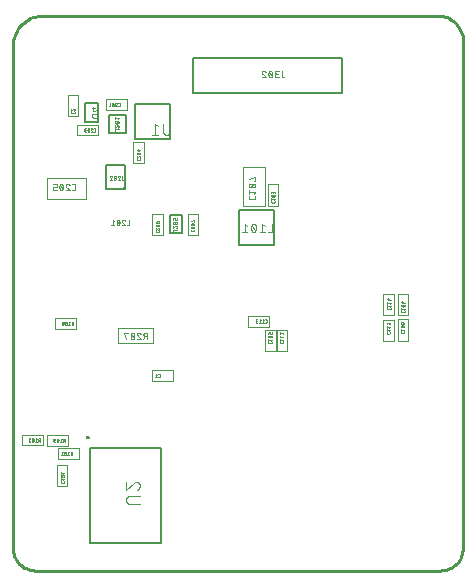
<source format=gbr>
G04 EAGLE Gerber RS-274X export*
G75*
%MOMM*%
%FSLAX34Y34*%
%LPD*%
%INReference Desginators Bottom*%
%IPPOS*%
%AMOC8*
5,1,8,0,0,1.08239X$1,22.5*%
G01*
%ADD10C,0.050800*%
%ADD11C,0.050000*%
%ADD12C,0.025400*%
%ADD13C,0.127000*%
%ADD14C,0.076200*%
%ADD15C,0.152400*%
%ADD16C,0.254000*%


D10*
X195216Y308366D02*
X195216Y341366D01*
X213216Y341366D01*
X213216Y308366D01*
X195216Y308366D01*
X199568Y315686D02*
X199568Y316928D01*
X199568Y315686D02*
X199570Y315616D01*
X199576Y315547D01*
X199586Y315478D01*
X199599Y315410D01*
X199617Y315342D01*
X199638Y315276D01*
X199663Y315211D01*
X199691Y315147D01*
X199723Y315085D01*
X199758Y315025D01*
X199797Y314967D01*
X199839Y314912D01*
X199884Y314858D01*
X199932Y314808D01*
X199982Y314760D01*
X200036Y314715D01*
X200091Y314673D01*
X200149Y314634D01*
X200209Y314599D01*
X200271Y314567D01*
X200335Y314539D01*
X200400Y314514D01*
X200466Y314493D01*
X200534Y314475D01*
X200602Y314462D01*
X200671Y314452D01*
X200740Y314446D01*
X200810Y314444D01*
X203914Y314444D01*
X203984Y314446D01*
X204053Y314452D01*
X204122Y314462D01*
X204190Y314475D01*
X204258Y314493D01*
X204324Y314514D01*
X204389Y314539D01*
X204453Y314567D01*
X204515Y314599D01*
X204575Y314634D01*
X204633Y314673D01*
X204688Y314715D01*
X204742Y314760D01*
X204792Y314808D01*
X204840Y314858D01*
X204885Y314912D01*
X204927Y314967D01*
X204966Y315025D01*
X205001Y315085D01*
X205033Y315147D01*
X205061Y315211D01*
X205086Y315276D01*
X205107Y315342D01*
X205125Y315410D01*
X205138Y315478D01*
X205148Y315547D01*
X205154Y315616D01*
X205156Y315686D01*
X205156Y316928D01*
X203914Y319032D02*
X205156Y320584D01*
X199568Y320584D01*
X199568Y319032D02*
X199568Y322137D01*
X202362Y324519D02*
X202493Y324521D01*
X202623Y324526D01*
X202753Y324536D01*
X202883Y324549D01*
X203013Y324565D01*
X203142Y324585D01*
X203270Y324609D01*
X203397Y324637D01*
X203524Y324668D01*
X203650Y324703D01*
X203775Y324741D01*
X203899Y324783D01*
X204021Y324828D01*
X204142Y324877D01*
X204262Y324929D01*
X204380Y324985D01*
X204380Y324984D02*
X204440Y325007D01*
X204500Y325033D01*
X204557Y325062D01*
X204613Y325095D01*
X204667Y325131D01*
X204719Y325169D01*
X204769Y325211D01*
X204816Y325255D01*
X204861Y325302D01*
X204903Y325352D01*
X204942Y325403D01*
X204978Y325457D01*
X205011Y325513D01*
X205041Y325570D01*
X205068Y325629D01*
X205091Y325690D01*
X205111Y325751D01*
X205127Y325814D01*
X205140Y325878D01*
X205149Y325942D01*
X205154Y326006D01*
X205156Y326071D01*
X205154Y326136D01*
X205149Y326200D01*
X205140Y326264D01*
X205127Y326328D01*
X205111Y326391D01*
X205091Y326452D01*
X205068Y326513D01*
X205041Y326572D01*
X205011Y326629D01*
X204978Y326685D01*
X204942Y326739D01*
X204903Y326790D01*
X204861Y326840D01*
X204816Y326887D01*
X204769Y326931D01*
X204719Y326973D01*
X204667Y327011D01*
X204613Y327047D01*
X204557Y327080D01*
X204500Y327109D01*
X204440Y327135D01*
X204380Y327158D01*
X204380Y327157D02*
X204262Y327213D01*
X204142Y327265D01*
X204021Y327314D01*
X203899Y327359D01*
X203775Y327401D01*
X203650Y327439D01*
X203524Y327474D01*
X203398Y327505D01*
X203270Y327533D01*
X203142Y327557D01*
X203013Y327577D01*
X202883Y327593D01*
X202753Y327606D01*
X202623Y327616D01*
X202493Y327621D01*
X202362Y327623D01*
X202362Y324519D02*
X202231Y324521D01*
X202101Y324526D01*
X201971Y324536D01*
X201841Y324549D01*
X201711Y324565D01*
X201582Y324585D01*
X201454Y324609D01*
X201327Y324637D01*
X201200Y324668D01*
X201074Y324703D01*
X200949Y324741D01*
X200825Y324783D01*
X200703Y324828D01*
X200582Y324877D01*
X200462Y324929D01*
X200344Y324985D01*
X200344Y324984D02*
X200284Y325007D01*
X200224Y325033D01*
X200167Y325062D01*
X200111Y325095D01*
X200057Y325131D01*
X200005Y325169D01*
X199955Y325211D01*
X199908Y325255D01*
X199863Y325302D01*
X199821Y325352D01*
X199782Y325403D01*
X199746Y325457D01*
X199713Y325513D01*
X199683Y325570D01*
X199656Y325629D01*
X199633Y325690D01*
X199613Y325751D01*
X199597Y325814D01*
X199584Y325878D01*
X199575Y325942D01*
X199570Y326006D01*
X199568Y326071D01*
X200344Y327157D02*
X200462Y327213D01*
X200582Y327265D01*
X200703Y327314D01*
X200825Y327359D01*
X200949Y327401D01*
X201074Y327439D01*
X201200Y327474D01*
X201326Y327505D01*
X201454Y327533D01*
X201582Y327557D01*
X201711Y327577D01*
X201841Y327593D01*
X201971Y327606D01*
X202101Y327616D01*
X202231Y327621D01*
X202362Y327623D01*
X200344Y327158D02*
X200284Y327135D01*
X200224Y327109D01*
X200167Y327080D01*
X200111Y327047D01*
X200057Y327011D01*
X200005Y326973D01*
X199955Y326931D01*
X199908Y326887D01*
X199863Y326840D01*
X199821Y326790D01*
X199782Y326739D01*
X199746Y326685D01*
X199713Y326629D01*
X199683Y326572D01*
X199656Y326513D01*
X199633Y326452D01*
X199613Y326391D01*
X199597Y326328D01*
X199584Y326264D01*
X199575Y326200D01*
X199570Y326136D01*
X199568Y326071D01*
X200810Y324829D02*
X203914Y327313D01*
X204535Y330005D02*
X205156Y330005D01*
X205156Y333109D01*
X199568Y331557D01*
D11*
X213432Y204072D02*
X222432Y204072D01*
X213432Y204072D02*
X213432Y186072D01*
X222432Y186072D01*
X222432Y204072D01*
D12*
X216424Y193522D02*
X216424Y192901D01*
X216426Y192852D01*
X216432Y192804D01*
X216441Y192756D01*
X216454Y192709D01*
X216471Y192663D01*
X216492Y192619D01*
X216516Y192577D01*
X216543Y192536D01*
X216573Y192498D01*
X216606Y192462D01*
X216642Y192429D01*
X216680Y192399D01*
X216721Y192372D01*
X216763Y192348D01*
X216807Y192327D01*
X216853Y192310D01*
X216900Y192297D01*
X216948Y192288D01*
X216996Y192282D01*
X217045Y192280D01*
X218597Y192280D01*
X218646Y192282D01*
X218694Y192288D01*
X218742Y192297D01*
X218789Y192310D01*
X218835Y192327D01*
X218879Y192348D01*
X218921Y192372D01*
X218962Y192399D01*
X219000Y192429D01*
X219036Y192462D01*
X219069Y192498D01*
X219099Y192536D01*
X219126Y192577D01*
X219150Y192619D01*
X219171Y192663D01*
X219188Y192709D01*
X219201Y192756D01*
X219210Y192804D01*
X219216Y192852D01*
X219218Y192901D01*
X219218Y193522D01*
X218597Y194574D02*
X219218Y195350D01*
X216424Y195350D01*
X216424Y194574D02*
X216424Y196127D01*
X217821Y197317D02*
X217916Y197319D01*
X218011Y197325D01*
X218105Y197335D01*
X218199Y197348D01*
X218292Y197366D01*
X218385Y197387D01*
X218477Y197412D01*
X218567Y197441D01*
X218656Y197474D01*
X218744Y197510D01*
X218830Y197550D01*
X218830Y197551D02*
X218872Y197567D01*
X218912Y197586D01*
X218950Y197609D01*
X218987Y197634D01*
X219022Y197662D01*
X219054Y197692D01*
X219084Y197725D01*
X219111Y197760D01*
X219136Y197798D01*
X219157Y197837D01*
X219175Y197877D01*
X219191Y197919D01*
X219203Y197962D01*
X219211Y198005D01*
X219216Y198050D01*
X219218Y198094D01*
X219216Y198138D01*
X219211Y198183D01*
X219203Y198226D01*
X219191Y198269D01*
X219175Y198311D01*
X219157Y198351D01*
X219136Y198390D01*
X219111Y198428D01*
X219084Y198463D01*
X219054Y198496D01*
X219022Y198526D01*
X218987Y198554D01*
X218950Y198579D01*
X218912Y198602D01*
X218872Y198621D01*
X218830Y198637D01*
X218830Y198636D02*
X218744Y198676D01*
X218656Y198712D01*
X218567Y198745D01*
X218476Y198774D01*
X218385Y198799D01*
X218292Y198820D01*
X218199Y198838D01*
X218105Y198851D01*
X218011Y198861D01*
X217916Y198867D01*
X217821Y198869D01*
X217821Y197317D02*
X217726Y197319D01*
X217631Y197325D01*
X217537Y197335D01*
X217443Y197348D01*
X217350Y197366D01*
X217257Y197387D01*
X217166Y197412D01*
X217075Y197441D01*
X216986Y197474D01*
X216898Y197510D01*
X216812Y197550D01*
X216812Y197551D02*
X216770Y197567D01*
X216730Y197586D01*
X216692Y197609D01*
X216655Y197634D01*
X216620Y197662D01*
X216588Y197692D01*
X216558Y197725D01*
X216531Y197760D01*
X216506Y197798D01*
X216485Y197837D01*
X216467Y197877D01*
X216451Y197919D01*
X216439Y197962D01*
X216431Y198005D01*
X216426Y198050D01*
X216424Y198094D01*
X216812Y198637D02*
X216898Y198677D01*
X216986Y198713D01*
X217075Y198746D01*
X217165Y198775D01*
X217257Y198800D01*
X217350Y198821D01*
X217443Y198839D01*
X217537Y198852D01*
X217631Y198862D01*
X217726Y198868D01*
X217821Y198870D01*
X216812Y198637D02*
X216770Y198621D01*
X216730Y198602D01*
X216692Y198579D01*
X216655Y198554D01*
X216620Y198526D01*
X216588Y198496D01*
X216558Y198463D01*
X216531Y198428D01*
X216506Y198390D01*
X216485Y198351D01*
X216467Y198311D01*
X216451Y198269D01*
X216439Y198226D01*
X216431Y198183D01*
X216426Y198138D01*
X216424Y198094D01*
X217045Y197473D02*
X218597Y198715D01*
X216424Y200061D02*
X216424Y200992D01*
X216426Y201041D01*
X216432Y201089D01*
X216441Y201137D01*
X216454Y201184D01*
X216471Y201230D01*
X216492Y201274D01*
X216516Y201316D01*
X216543Y201357D01*
X216573Y201395D01*
X216606Y201431D01*
X216642Y201464D01*
X216680Y201494D01*
X216721Y201521D01*
X216763Y201545D01*
X216807Y201566D01*
X216853Y201583D01*
X216900Y201596D01*
X216948Y201605D01*
X216996Y201611D01*
X217045Y201613D01*
X217355Y201613D01*
X217404Y201611D01*
X217452Y201605D01*
X217500Y201596D01*
X217547Y201583D01*
X217593Y201566D01*
X217637Y201545D01*
X217679Y201521D01*
X217720Y201494D01*
X217758Y201464D01*
X217794Y201431D01*
X217827Y201395D01*
X217857Y201357D01*
X217884Y201316D01*
X217908Y201274D01*
X217929Y201230D01*
X217946Y201184D01*
X217959Y201137D01*
X217968Y201089D01*
X217974Y201041D01*
X217976Y200992D01*
X217976Y200061D01*
X219218Y200061D01*
X219218Y201613D01*
D11*
X313762Y216044D02*
X322762Y216044D01*
X322762Y234044D01*
X313762Y234044D01*
X313762Y216044D01*
D12*
X316976Y221664D02*
X316976Y222285D01*
X316976Y221664D02*
X316978Y221615D01*
X316984Y221567D01*
X316993Y221519D01*
X317006Y221472D01*
X317023Y221426D01*
X317044Y221382D01*
X317068Y221340D01*
X317095Y221299D01*
X317125Y221261D01*
X317158Y221225D01*
X317194Y221192D01*
X317232Y221162D01*
X317273Y221135D01*
X317315Y221111D01*
X317359Y221090D01*
X317405Y221073D01*
X317452Y221060D01*
X317500Y221051D01*
X317548Y221045D01*
X317597Y221043D01*
X319149Y221043D01*
X319198Y221045D01*
X319246Y221051D01*
X319294Y221060D01*
X319341Y221073D01*
X319387Y221090D01*
X319431Y221111D01*
X319473Y221135D01*
X319514Y221162D01*
X319552Y221192D01*
X319588Y221225D01*
X319621Y221261D01*
X319651Y221299D01*
X319678Y221340D01*
X319702Y221382D01*
X319723Y221426D01*
X319740Y221472D01*
X319753Y221519D01*
X319762Y221567D01*
X319768Y221615D01*
X319770Y221664D01*
X319770Y222285D01*
X319149Y223337D02*
X319770Y224113D01*
X316976Y224113D01*
X316976Y223337D02*
X316976Y224889D01*
X319149Y226080D02*
X319770Y226856D01*
X316976Y226856D01*
X316976Y226080D02*
X316976Y227633D01*
X317597Y228824D02*
X319770Y229444D01*
X317597Y228824D02*
X317597Y230376D01*
X318218Y229910D02*
X316976Y229910D01*
D11*
X46156Y71772D02*
X37156Y71772D01*
X46156Y71772D02*
X46156Y89772D01*
X37156Y89772D01*
X37156Y71772D01*
D12*
X40370Y74852D02*
X40370Y75473D01*
X40370Y74852D02*
X40372Y74803D01*
X40378Y74755D01*
X40387Y74707D01*
X40400Y74660D01*
X40417Y74614D01*
X40438Y74570D01*
X40462Y74528D01*
X40489Y74487D01*
X40519Y74449D01*
X40552Y74413D01*
X40588Y74380D01*
X40626Y74350D01*
X40667Y74323D01*
X40709Y74299D01*
X40753Y74278D01*
X40799Y74261D01*
X40846Y74248D01*
X40894Y74239D01*
X40942Y74233D01*
X40991Y74231D01*
X42543Y74231D01*
X42592Y74233D01*
X42640Y74239D01*
X42688Y74248D01*
X42735Y74261D01*
X42781Y74278D01*
X42825Y74299D01*
X42867Y74323D01*
X42908Y74350D01*
X42946Y74380D01*
X42982Y74413D01*
X43015Y74449D01*
X43045Y74487D01*
X43072Y74528D01*
X43096Y74570D01*
X43117Y74614D01*
X43134Y74660D01*
X43147Y74707D01*
X43156Y74755D01*
X43162Y74803D01*
X43164Y74852D01*
X43164Y75473D01*
X42543Y76525D02*
X43164Y77301D01*
X40370Y77301D01*
X40370Y76525D02*
X40370Y78077D01*
X41767Y79268D02*
X41862Y79270D01*
X41957Y79276D01*
X42051Y79286D01*
X42145Y79299D01*
X42238Y79317D01*
X42331Y79338D01*
X42423Y79363D01*
X42513Y79392D01*
X42602Y79425D01*
X42690Y79461D01*
X42776Y79501D01*
X42818Y79517D01*
X42858Y79536D01*
X42896Y79559D01*
X42933Y79584D01*
X42968Y79612D01*
X43000Y79642D01*
X43030Y79675D01*
X43057Y79710D01*
X43082Y79748D01*
X43103Y79787D01*
X43121Y79827D01*
X43137Y79869D01*
X43149Y79912D01*
X43157Y79955D01*
X43162Y80000D01*
X43164Y80044D01*
X43162Y80088D01*
X43157Y80133D01*
X43149Y80176D01*
X43137Y80219D01*
X43121Y80261D01*
X43103Y80301D01*
X43082Y80340D01*
X43057Y80378D01*
X43030Y80413D01*
X43000Y80446D01*
X42968Y80476D01*
X42933Y80504D01*
X42896Y80529D01*
X42858Y80552D01*
X42818Y80571D01*
X42776Y80587D01*
X42690Y80627D01*
X42602Y80663D01*
X42513Y80696D01*
X42422Y80725D01*
X42331Y80750D01*
X42238Y80771D01*
X42145Y80789D01*
X42051Y80802D01*
X41957Y80812D01*
X41862Y80818D01*
X41767Y80820D01*
X41767Y79268D02*
X41672Y79270D01*
X41577Y79276D01*
X41483Y79286D01*
X41389Y79299D01*
X41296Y79317D01*
X41203Y79338D01*
X41112Y79363D01*
X41021Y79392D01*
X40932Y79425D01*
X40844Y79461D01*
X40758Y79501D01*
X40716Y79517D01*
X40676Y79536D01*
X40638Y79559D01*
X40601Y79584D01*
X40566Y79612D01*
X40534Y79642D01*
X40504Y79675D01*
X40477Y79710D01*
X40452Y79748D01*
X40431Y79787D01*
X40413Y79827D01*
X40397Y79869D01*
X40385Y79912D01*
X40377Y79955D01*
X40372Y80000D01*
X40370Y80044D01*
X40758Y80588D02*
X40844Y80628D01*
X40932Y80664D01*
X41021Y80697D01*
X41111Y80726D01*
X41203Y80751D01*
X41296Y80772D01*
X41389Y80790D01*
X41483Y80803D01*
X41577Y80813D01*
X41672Y80819D01*
X41767Y80821D01*
X40758Y80587D02*
X40716Y80571D01*
X40676Y80552D01*
X40638Y80529D01*
X40601Y80504D01*
X40566Y80476D01*
X40534Y80446D01*
X40504Y80413D01*
X40477Y80378D01*
X40452Y80340D01*
X40431Y80301D01*
X40413Y80261D01*
X40397Y80219D01*
X40385Y80176D01*
X40377Y80133D01*
X40372Y80088D01*
X40370Y80044D01*
X40991Y79424D02*
X42543Y80665D01*
X42543Y82012D02*
X43164Y82788D01*
X40370Y82788D01*
X40370Y82012D02*
X40370Y83564D01*
D11*
X215718Y309008D02*
X224718Y309008D01*
X224718Y327008D01*
X215718Y327008D01*
X215718Y309008D01*
D12*
X218932Y312088D02*
X218932Y312709D01*
X218932Y312088D02*
X218934Y312039D01*
X218940Y311991D01*
X218949Y311943D01*
X218962Y311896D01*
X218979Y311850D01*
X219000Y311806D01*
X219024Y311764D01*
X219051Y311723D01*
X219081Y311685D01*
X219114Y311649D01*
X219150Y311616D01*
X219188Y311586D01*
X219229Y311559D01*
X219271Y311535D01*
X219315Y311514D01*
X219361Y311497D01*
X219408Y311484D01*
X219456Y311475D01*
X219504Y311469D01*
X219553Y311467D01*
X221105Y311467D01*
X221154Y311469D01*
X221202Y311475D01*
X221250Y311484D01*
X221297Y311497D01*
X221343Y311514D01*
X221387Y311535D01*
X221429Y311559D01*
X221470Y311586D01*
X221508Y311616D01*
X221544Y311649D01*
X221577Y311685D01*
X221607Y311723D01*
X221634Y311764D01*
X221658Y311806D01*
X221679Y311850D01*
X221696Y311896D01*
X221709Y311943D01*
X221718Y311991D01*
X221724Y312039D01*
X221726Y312088D01*
X221726Y312709D01*
X221105Y313761D02*
X221726Y314537D01*
X218932Y314537D01*
X218932Y313761D02*
X218932Y315313D01*
X220329Y316504D02*
X220424Y316506D01*
X220519Y316512D01*
X220613Y316522D01*
X220707Y316535D01*
X220800Y316553D01*
X220893Y316574D01*
X220985Y316599D01*
X221075Y316628D01*
X221164Y316661D01*
X221252Y316697D01*
X221338Y316737D01*
X221380Y316753D01*
X221420Y316772D01*
X221458Y316795D01*
X221495Y316820D01*
X221530Y316848D01*
X221562Y316878D01*
X221592Y316911D01*
X221619Y316946D01*
X221644Y316984D01*
X221665Y317023D01*
X221683Y317063D01*
X221699Y317105D01*
X221711Y317148D01*
X221719Y317191D01*
X221724Y317236D01*
X221726Y317280D01*
X221724Y317324D01*
X221719Y317369D01*
X221711Y317412D01*
X221699Y317455D01*
X221683Y317497D01*
X221665Y317537D01*
X221644Y317576D01*
X221619Y317614D01*
X221592Y317649D01*
X221562Y317682D01*
X221530Y317712D01*
X221495Y317740D01*
X221458Y317765D01*
X221420Y317788D01*
X221380Y317807D01*
X221338Y317823D01*
X221252Y317863D01*
X221164Y317899D01*
X221075Y317932D01*
X220984Y317961D01*
X220893Y317986D01*
X220800Y318007D01*
X220707Y318025D01*
X220613Y318038D01*
X220519Y318048D01*
X220424Y318054D01*
X220329Y318056D01*
X220329Y316504D02*
X220234Y316506D01*
X220139Y316512D01*
X220045Y316522D01*
X219951Y316535D01*
X219858Y316553D01*
X219765Y316574D01*
X219674Y316599D01*
X219583Y316628D01*
X219494Y316661D01*
X219406Y316697D01*
X219320Y316737D01*
X219278Y316753D01*
X219238Y316772D01*
X219200Y316795D01*
X219163Y316820D01*
X219128Y316848D01*
X219096Y316878D01*
X219066Y316911D01*
X219039Y316946D01*
X219014Y316984D01*
X218993Y317023D01*
X218975Y317063D01*
X218959Y317105D01*
X218947Y317148D01*
X218939Y317191D01*
X218934Y317236D01*
X218932Y317280D01*
X219320Y317824D02*
X219406Y317864D01*
X219494Y317900D01*
X219583Y317933D01*
X219673Y317962D01*
X219765Y317987D01*
X219858Y318008D01*
X219951Y318026D01*
X220045Y318039D01*
X220139Y318049D01*
X220234Y318055D01*
X220329Y318057D01*
X219320Y317823D02*
X219278Y317807D01*
X219238Y317788D01*
X219200Y317765D01*
X219163Y317740D01*
X219128Y317712D01*
X219096Y317682D01*
X219066Y317649D01*
X219039Y317614D01*
X219014Y317576D01*
X218993Y317537D01*
X218975Y317497D01*
X218959Y317455D01*
X218947Y317412D01*
X218939Y317369D01*
X218934Y317324D01*
X218932Y317280D01*
X219553Y316660D02*
X221105Y317901D01*
X218932Y319248D02*
X218932Y320024D01*
X218934Y320079D01*
X218940Y320134D01*
X218950Y320189D01*
X218963Y320243D01*
X218981Y320295D01*
X219002Y320346D01*
X219027Y320396D01*
X219055Y320444D01*
X219087Y320489D01*
X219122Y320532D01*
X219159Y320573D01*
X219200Y320610D01*
X219243Y320645D01*
X219288Y320677D01*
X219336Y320705D01*
X219386Y320730D01*
X219437Y320751D01*
X219489Y320769D01*
X219543Y320782D01*
X219598Y320792D01*
X219653Y320798D01*
X219708Y320800D01*
X219763Y320798D01*
X219818Y320792D01*
X219873Y320782D01*
X219927Y320769D01*
X219979Y320751D01*
X220030Y320730D01*
X220080Y320705D01*
X220128Y320677D01*
X220173Y320645D01*
X220216Y320610D01*
X220257Y320573D01*
X220294Y320532D01*
X220329Y320489D01*
X220361Y320444D01*
X220389Y320396D01*
X220414Y320346D01*
X220435Y320295D01*
X220453Y320243D01*
X220466Y320189D01*
X220476Y320134D01*
X220482Y320079D01*
X220484Y320024D01*
X221726Y320179D02*
X221726Y319248D01*
X221726Y320179D02*
X221724Y320228D01*
X221718Y320276D01*
X221709Y320324D01*
X221696Y320371D01*
X221679Y320417D01*
X221658Y320461D01*
X221634Y320503D01*
X221607Y320544D01*
X221577Y320582D01*
X221544Y320618D01*
X221508Y320651D01*
X221470Y320681D01*
X221429Y320708D01*
X221387Y320732D01*
X221343Y320753D01*
X221297Y320770D01*
X221250Y320783D01*
X221202Y320792D01*
X221154Y320798D01*
X221105Y320800D01*
X221056Y320798D01*
X221008Y320792D01*
X220960Y320783D01*
X220913Y320770D01*
X220867Y320753D01*
X220823Y320732D01*
X220781Y320708D01*
X220740Y320681D01*
X220702Y320651D01*
X220666Y320618D01*
X220633Y320582D01*
X220603Y320544D01*
X220576Y320503D01*
X220552Y320461D01*
X220531Y320417D01*
X220514Y320371D01*
X220501Y320324D01*
X220492Y320276D01*
X220486Y320228D01*
X220484Y320179D01*
X220484Y319558D01*
D11*
X78630Y389962D02*
X78630Y398962D01*
X78630Y389962D02*
X96630Y389962D01*
X96630Y398962D01*
X78630Y398962D01*
D12*
X89180Y392954D02*
X89801Y392954D01*
X89850Y392956D01*
X89898Y392962D01*
X89946Y392971D01*
X89993Y392984D01*
X90039Y393001D01*
X90083Y393022D01*
X90125Y393046D01*
X90166Y393073D01*
X90204Y393103D01*
X90240Y393136D01*
X90273Y393172D01*
X90303Y393210D01*
X90330Y393251D01*
X90354Y393293D01*
X90375Y393337D01*
X90392Y393383D01*
X90405Y393430D01*
X90414Y393478D01*
X90420Y393526D01*
X90422Y393575D01*
X90422Y395127D01*
X90420Y395176D01*
X90414Y395224D01*
X90405Y395272D01*
X90392Y395319D01*
X90375Y395365D01*
X90354Y395409D01*
X90330Y395451D01*
X90303Y395492D01*
X90273Y395530D01*
X90240Y395566D01*
X90204Y395599D01*
X90166Y395629D01*
X90125Y395656D01*
X90083Y395680D01*
X90039Y395701D01*
X89993Y395718D01*
X89946Y395731D01*
X89898Y395740D01*
X89850Y395746D01*
X89801Y395748D01*
X89180Y395748D01*
X87274Y395749D02*
X87224Y395747D01*
X87175Y395742D01*
X87125Y395733D01*
X87077Y395721D01*
X87030Y395705D01*
X86984Y395686D01*
X86939Y395663D01*
X86896Y395638D01*
X86855Y395610D01*
X86816Y395578D01*
X86780Y395544D01*
X86746Y395508D01*
X86714Y395469D01*
X86686Y395428D01*
X86661Y395385D01*
X86638Y395340D01*
X86619Y395294D01*
X86603Y395247D01*
X86591Y395199D01*
X86582Y395149D01*
X86577Y395100D01*
X86575Y395050D01*
X87274Y395748D02*
X87330Y395746D01*
X87387Y395741D01*
X87442Y395732D01*
X87497Y395720D01*
X87551Y395704D01*
X87604Y395685D01*
X87656Y395662D01*
X87706Y395637D01*
X87755Y395608D01*
X87802Y395576D01*
X87846Y395542D01*
X87888Y395505D01*
X87928Y395465D01*
X87966Y395422D01*
X88000Y395378D01*
X88032Y395331D01*
X88060Y395282D01*
X88086Y395232D01*
X88108Y395180D01*
X88127Y395127D01*
X86809Y394507D02*
X86773Y394543D01*
X86740Y394581D01*
X86710Y394622D01*
X86683Y394664D01*
X86658Y394709D01*
X86637Y394755D01*
X86618Y394802D01*
X86603Y394850D01*
X86591Y394899D01*
X86583Y394949D01*
X86578Y394999D01*
X86576Y395050D01*
X86808Y394506D02*
X88128Y392954D01*
X86575Y392954D01*
X85385Y394351D02*
X85383Y394446D01*
X85377Y394541D01*
X85367Y394635D01*
X85354Y394729D01*
X85336Y394822D01*
X85315Y394915D01*
X85290Y395007D01*
X85261Y395097D01*
X85228Y395186D01*
X85192Y395274D01*
X85152Y395360D01*
X85151Y395360D02*
X85135Y395402D01*
X85116Y395442D01*
X85093Y395480D01*
X85068Y395517D01*
X85040Y395552D01*
X85010Y395584D01*
X84977Y395614D01*
X84942Y395641D01*
X84904Y395666D01*
X84865Y395687D01*
X84825Y395705D01*
X84783Y395721D01*
X84740Y395733D01*
X84697Y395741D01*
X84652Y395746D01*
X84608Y395748D01*
X84564Y395746D01*
X84519Y395741D01*
X84476Y395733D01*
X84433Y395721D01*
X84391Y395705D01*
X84351Y395687D01*
X84312Y395666D01*
X84274Y395641D01*
X84239Y395614D01*
X84206Y395584D01*
X84176Y395552D01*
X84148Y395517D01*
X84123Y395480D01*
X84100Y395442D01*
X84081Y395402D01*
X84065Y395360D01*
X84066Y395360D02*
X84026Y395274D01*
X83990Y395186D01*
X83957Y395097D01*
X83928Y395006D01*
X83903Y394915D01*
X83882Y394822D01*
X83864Y394729D01*
X83851Y394635D01*
X83841Y394541D01*
X83835Y394446D01*
X83833Y394351D01*
X85385Y394351D02*
X85383Y394256D01*
X85377Y394161D01*
X85367Y394067D01*
X85354Y393973D01*
X85336Y393880D01*
X85315Y393787D01*
X85290Y393696D01*
X85261Y393605D01*
X85228Y393516D01*
X85192Y393428D01*
X85152Y393342D01*
X85151Y393342D02*
X85135Y393300D01*
X85116Y393260D01*
X85093Y393222D01*
X85068Y393185D01*
X85040Y393150D01*
X85010Y393118D01*
X84977Y393088D01*
X84942Y393061D01*
X84904Y393036D01*
X84865Y393015D01*
X84825Y392997D01*
X84783Y392981D01*
X84740Y392969D01*
X84697Y392961D01*
X84652Y392956D01*
X84608Y392954D01*
X84065Y393342D02*
X84025Y393428D01*
X83989Y393516D01*
X83956Y393605D01*
X83927Y393695D01*
X83902Y393787D01*
X83881Y393880D01*
X83863Y393973D01*
X83850Y394067D01*
X83840Y394161D01*
X83834Y394256D01*
X83832Y394351D01*
X84065Y393342D02*
X84081Y393300D01*
X84100Y393260D01*
X84123Y393222D01*
X84148Y393185D01*
X84176Y393150D01*
X84206Y393118D01*
X84239Y393088D01*
X84274Y393061D01*
X84312Y393036D01*
X84351Y393015D01*
X84391Y392997D01*
X84433Y392981D01*
X84476Y392969D01*
X84519Y392961D01*
X84564Y392956D01*
X84608Y392954D01*
X85229Y393575D02*
X83987Y395127D01*
X82641Y395127D02*
X81865Y395748D01*
X81865Y392954D01*
X82641Y392954D02*
X81089Y392954D01*
D11*
X72246Y377372D02*
X72246Y368372D01*
X72246Y377372D02*
X54246Y377372D01*
X54246Y368372D01*
X72246Y368372D01*
D12*
X69166Y371586D02*
X68545Y371586D01*
X69166Y371586D02*
X69215Y371588D01*
X69263Y371594D01*
X69311Y371603D01*
X69358Y371616D01*
X69404Y371633D01*
X69448Y371654D01*
X69490Y371678D01*
X69531Y371705D01*
X69569Y371735D01*
X69605Y371768D01*
X69638Y371804D01*
X69668Y371842D01*
X69695Y371883D01*
X69719Y371925D01*
X69740Y371969D01*
X69757Y372015D01*
X69770Y372062D01*
X69779Y372110D01*
X69785Y372158D01*
X69787Y372207D01*
X69787Y373759D01*
X69785Y373808D01*
X69779Y373856D01*
X69770Y373904D01*
X69757Y373951D01*
X69740Y373997D01*
X69719Y374041D01*
X69695Y374083D01*
X69668Y374124D01*
X69638Y374162D01*
X69605Y374198D01*
X69569Y374231D01*
X69531Y374261D01*
X69490Y374288D01*
X69448Y374312D01*
X69404Y374333D01*
X69358Y374350D01*
X69311Y374363D01*
X69263Y374372D01*
X69215Y374378D01*
X69166Y374380D01*
X68545Y374380D01*
X66639Y374381D02*
X66589Y374379D01*
X66540Y374374D01*
X66490Y374365D01*
X66442Y374353D01*
X66395Y374337D01*
X66349Y374318D01*
X66304Y374295D01*
X66261Y374270D01*
X66220Y374242D01*
X66181Y374210D01*
X66145Y374176D01*
X66111Y374140D01*
X66079Y374101D01*
X66051Y374060D01*
X66026Y374017D01*
X66003Y373972D01*
X65984Y373926D01*
X65968Y373879D01*
X65956Y373831D01*
X65947Y373781D01*
X65942Y373732D01*
X65940Y373682D01*
X66639Y374380D02*
X66695Y374378D01*
X66752Y374373D01*
X66807Y374364D01*
X66862Y374352D01*
X66916Y374336D01*
X66969Y374317D01*
X67021Y374294D01*
X67071Y374269D01*
X67120Y374240D01*
X67167Y374208D01*
X67211Y374174D01*
X67253Y374137D01*
X67293Y374097D01*
X67331Y374054D01*
X67365Y374010D01*
X67397Y373963D01*
X67425Y373914D01*
X67451Y373864D01*
X67473Y373812D01*
X67492Y373759D01*
X66174Y373139D02*
X66138Y373175D01*
X66105Y373213D01*
X66075Y373254D01*
X66048Y373296D01*
X66023Y373341D01*
X66002Y373387D01*
X65983Y373434D01*
X65968Y373482D01*
X65956Y373531D01*
X65948Y373581D01*
X65943Y373631D01*
X65941Y373682D01*
X66174Y373138D02*
X67493Y371586D01*
X65941Y371586D01*
X64750Y372983D02*
X64748Y373078D01*
X64742Y373173D01*
X64732Y373267D01*
X64719Y373361D01*
X64701Y373454D01*
X64680Y373547D01*
X64655Y373639D01*
X64626Y373729D01*
X64593Y373818D01*
X64557Y373906D01*
X64517Y373992D01*
X64501Y374034D01*
X64482Y374074D01*
X64459Y374112D01*
X64434Y374149D01*
X64406Y374184D01*
X64376Y374216D01*
X64343Y374246D01*
X64308Y374273D01*
X64270Y374298D01*
X64231Y374319D01*
X64191Y374337D01*
X64149Y374353D01*
X64106Y374365D01*
X64063Y374373D01*
X64018Y374378D01*
X63974Y374380D01*
X63930Y374378D01*
X63885Y374373D01*
X63842Y374365D01*
X63799Y374353D01*
X63757Y374337D01*
X63717Y374319D01*
X63678Y374298D01*
X63640Y374273D01*
X63605Y374246D01*
X63572Y374216D01*
X63542Y374184D01*
X63514Y374149D01*
X63489Y374112D01*
X63466Y374074D01*
X63447Y374034D01*
X63431Y373992D01*
X63391Y373906D01*
X63355Y373818D01*
X63322Y373729D01*
X63293Y373638D01*
X63268Y373547D01*
X63247Y373454D01*
X63229Y373361D01*
X63216Y373267D01*
X63206Y373173D01*
X63200Y373078D01*
X63198Y372983D01*
X64750Y372983D02*
X64748Y372888D01*
X64742Y372793D01*
X64732Y372699D01*
X64719Y372605D01*
X64701Y372512D01*
X64680Y372419D01*
X64655Y372328D01*
X64626Y372237D01*
X64593Y372148D01*
X64557Y372060D01*
X64517Y371974D01*
X64501Y371932D01*
X64482Y371892D01*
X64459Y371854D01*
X64434Y371817D01*
X64406Y371782D01*
X64376Y371750D01*
X64343Y371720D01*
X64308Y371693D01*
X64270Y371668D01*
X64231Y371647D01*
X64191Y371629D01*
X64149Y371613D01*
X64106Y371601D01*
X64063Y371593D01*
X64018Y371588D01*
X63974Y371586D01*
X63430Y371974D02*
X63390Y372060D01*
X63354Y372148D01*
X63321Y372237D01*
X63292Y372327D01*
X63267Y372419D01*
X63246Y372512D01*
X63228Y372605D01*
X63215Y372699D01*
X63205Y372793D01*
X63199Y372888D01*
X63197Y372983D01*
X63431Y371974D02*
X63447Y371932D01*
X63466Y371892D01*
X63489Y371854D01*
X63514Y371817D01*
X63542Y371782D01*
X63572Y371750D01*
X63605Y371720D01*
X63640Y371693D01*
X63678Y371668D01*
X63717Y371647D01*
X63757Y371629D01*
X63799Y371613D01*
X63842Y371601D01*
X63885Y371593D01*
X63930Y371588D01*
X63974Y371586D01*
X64594Y372207D02*
X63353Y373759D01*
X62006Y371586D02*
X61230Y371586D01*
X61175Y371588D01*
X61120Y371594D01*
X61065Y371604D01*
X61011Y371617D01*
X60959Y371635D01*
X60908Y371656D01*
X60858Y371681D01*
X60810Y371709D01*
X60765Y371741D01*
X60722Y371776D01*
X60681Y371813D01*
X60644Y371854D01*
X60609Y371897D01*
X60577Y371942D01*
X60549Y371990D01*
X60524Y372040D01*
X60503Y372091D01*
X60485Y372143D01*
X60472Y372197D01*
X60462Y372252D01*
X60456Y372307D01*
X60454Y372362D01*
X60456Y372417D01*
X60462Y372472D01*
X60472Y372527D01*
X60485Y372581D01*
X60503Y372633D01*
X60524Y372684D01*
X60549Y372734D01*
X60577Y372782D01*
X60609Y372827D01*
X60644Y372870D01*
X60681Y372911D01*
X60722Y372948D01*
X60765Y372983D01*
X60810Y373015D01*
X60858Y373043D01*
X60908Y373068D01*
X60959Y373089D01*
X61011Y373107D01*
X61065Y373120D01*
X61120Y373130D01*
X61175Y373136D01*
X61230Y373138D01*
X61075Y374380D02*
X62006Y374380D01*
X61075Y374380D02*
X61026Y374378D01*
X60978Y374372D01*
X60930Y374363D01*
X60883Y374350D01*
X60837Y374333D01*
X60793Y374312D01*
X60751Y374288D01*
X60710Y374261D01*
X60672Y374231D01*
X60636Y374198D01*
X60603Y374162D01*
X60573Y374124D01*
X60546Y374083D01*
X60522Y374041D01*
X60501Y373997D01*
X60484Y373951D01*
X60471Y373904D01*
X60462Y373856D01*
X60456Y373808D01*
X60454Y373759D01*
X60456Y373710D01*
X60462Y373662D01*
X60471Y373614D01*
X60484Y373567D01*
X60501Y373521D01*
X60522Y373477D01*
X60546Y373435D01*
X60573Y373394D01*
X60603Y373356D01*
X60636Y373320D01*
X60672Y373287D01*
X60710Y373257D01*
X60751Y373230D01*
X60793Y373206D01*
X60837Y373185D01*
X60883Y373168D01*
X60930Y373155D01*
X60978Y373146D01*
X61026Y373140D01*
X61075Y373138D01*
X61696Y373138D01*
D11*
X117928Y283862D02*
X126928Y283862D01*
X126928Y301862D01*
X117928Y301862D01*
X117928Y283862D01*
D12*
X121142Y286942D02*
X121142Y287563D01*
X121142Y286942D02*
X121144Y286893D01*
X121150Y286845D01*
X121159Y286797D01*
X121172Y286750D01*
X121189Y286704D01*
X121210Y286660D01*
X121234Y286618D01*
X121261Y286577D01*
X121291Y286539D01*
X121324Y286503D01*
X121360Y286470D01*
X121398Y286440D01*
X121439Y286413D01*
X121481Y286389D01*
X121525Y286368D01*
X121571Y286351D01*
X121618Y286338D01*
X121666Y286329D01*
X121714Y286323D01*
X121763Y286321D01*
X123315Y286321D01*
X123364Y286323D01*
X123412Y286329D01*
X123460Y286338D01*
X123507Y286351D01*
X123553Y286368D01*
X123597Y286389D01*
X123639Y286413D01*
X123680Y286440D01*
X123718Y286470D01*
X123754Y286503D01*
X123787Y286539D01*
X123817Y286577D01*
X123844Y286618D01*
X123868Y286660D01*
X123889Y286704D01*
X123906Y286750D01*
X123919Y286797D01*
X123928Y286845D01*
X123934Y286893D01*
X123936Y286942D01*
X123936Y287563D01*
X123937Y289469D02*
X123935Y289519D01*
X123930Y289568D01*
X123921Y289618D01*
X123909Y289666D01*
X123893Y289713D01*
X123874Y289759D01*
X123851Y289804D01*
X123826Y289847D01*
X123798Y289888D01*
X123766Y289927D01*
X123732Y289963D01*
X123696Y289997D01*
X123657Y290029D01*
X123616Y290057D01*
X123573Y290082D01*
X123528Y290105D01*
X123482Y290124D01*
X123435Y290140D01*
X123387Y290152D01*
X123337Y290161D01*
X123288Y290166D01*
X123238Y290168D01*
X123936Y289469D02*
X123934Y289413D01*
X123929Y289356D01*
X123920Y289301D01*
X123908Y289246D01*
X123892Y289192D01*
X123873Y289139D01*
X123851Y289087D01*
X123825Y289037D01*
X123796Y288988D01*
X123764Y288941D01*
X123730Y288897D01*
X123693Y288855D01*
X123653Y288815D01*
X123610Y288777D01*
X123566Y288743D01*
X123519Y288711D01*
X123471Y288683D01*
X123420Y288657D01*
X123368Y288635D01*
X123315Y288616D01*
X122695Y289934D02*
X122731Y289970D01*
X122769Y290003D01*
X122810Y290033D01*
X122853Y290060D01*
X122897Y290085D01*
X122943Y290106D01*
X122990Y290125D01*
X123038Y290140D01*
X123087Y290152D01*
X123137Y290160D01*
X123187Y290165D01*
X123238Y290167D01*
X122694Y289935D02*
X121142Y288615D01*
X121142Y290167D01*
X122539Y291358D02*
X122634Y291360D01*
X122729Y291366D01*
X122823Y291376D01*
X122917Y291389D01*
X123010Y291407D01*
X123103Y291428D01*
X123195Y291453D01*
X123285Y291482D01*
X123374Y291515D01*
X123462Y291551D01*
X123548Y291591D01*
X123590Y291607D01*
X123630Y291626D01*
X123668Y291649D01*
X123705Y291674D01*
X123740Y291702D01*
X123772Y291732D01*
X123802Y291765D01*
X123829Y291800D01*
X123854Y291838D01*
X123875Y291877D01*
X123893Y291917D01*
X123909Y291959D01*
X123921Y292002D01*
X123929Y292045D01*
X123934Y292090D01*
X123936Y292134D01*
X123934Y292178D01*
X123929Y292223D01*
X123921Y292266D01*
X123909Y292309D01*
X123893Y292351D01*
X123875Y292391D01*
X123854Y292430D01*
X123829Y292468D01*
X123802Y292503D01*
X123772Y292536D01*
X123740Y292566D01*
X123705Y292594D01*
X123668Y292619D01*
X123630Y292642D01*
X123590Y292661D01*
X123548Y292677D01*
X123462Y292717D01*
X123374Y292753D01*
X123285Y292786D01*
X123194Y292815D01*
X123103Y292840D01*
X123010Y292861D01*
X122917Y292879D01*
X122823Y292892D01*
X122729Y292902D01*
X122634Y292908D01*
X122539Y292910D01*
X122539Y291358D02*
X122444Y291360D01*
X122349Y291366D01*
X122255Y291376D01*
X122161Y291389D01*
X122068Y291407D01*
X121975Y291428D01*
X121884Y291453D01*
X121793Y291482D01*
X121704Y291515D01*
X121616Y291551D01*
X121530Y291591D01*
X121488Y291607D01*
X121448Y291626D01*
X121410Y291649D01*
X121373Y291674D01*
X121338Y291702D01*
X121306Y291732D01*
X121276Y291765D01*
X121249Y291800D01*
X121224Y291838D01*
X121203Y291877D01*
X121185Y291917D01*
X121169Y291959D01*
X121157Y292002D01*
X121149Y292045D01*
X121144Y292090D01*
X121142Y292134D01*
X121530Y292678D02*
X121616Y292718D01*
X121704Y292754D01*
X121793Y292787D01*
X121883Y292816D01*
X121975Y292841D01*
X122068Y292862D01*
X122161Y292880D01*
X122255Y292893D01*
X122349Y292903D01*
X122444Y292909D01*
X122539Y292911D01*
X121530Y292677D02*
X121488Y292661D01*
X121448Y292642D01*
X121410Y292619D01*
X121373Y292594D01*
X121338Y292566D01*
X121306Y292536D01*
X121276Y292503D01*
X121249Y292468D01*
X121224Y292430D01*
X121203Y292391D01*
X121185Y292351D01*
X121169Y292309D01*
X121157Y292266D01*
X121149Y292223D01*
X121144Y292178D01*
X121142Y292134D01*
X121763Y291514D02*
X123315Y292755D01*
X122384Y294722D02*
X122384Y295654D01*
X122384Y294722D02*
X122386Y294673D01*
X122392Y294625D01*
X122401Y294577D01*
X122414Y294530D01*
X122431Y294484D01*
X122452Y294440D01*
X122476Y294398D01*
X122503Y294357D01*
X122533Y294319D01*
X122566Y294283D01*
X122602Y294250D01*
X122640Y294220D01*
X122681Y294192D01*
X122723Y294169D01*
X122767Y294148D01*
X122813Y294131D01*
X122860Y294118D01*
X122908Y294109D01*
X122956Y294103D01*
X123005Y294101D01*
X123005Y294102D02*
X123160Y294102D01*
X123215Y294104D01*
X123270Y294110D01*
X123325Y294120D01*
X123379Y294133D01*
X123431Y294151D01*
X123482Y294172D01*
X123532Y294197D01*
X123580Y294225D01*
X123625Y294257D01*
X123668Y294292D01*
X123709Y294329D01*
X123746Y294370D01*
X123781Y294413D01*
X123813Y294458D01*
X123841Y294506D01*
X123866Y294556D01*
X123887Y294607D01*
X123905Y294659D01*
X123918Y294713D01*
X123928Y294768D01*
X123934Y294823D01*
X123936Y294878D01*
X123934Y294933D01*
X123928Y294988D01*
X123918Y295043D01*
X123905Y295097D01*
X123887Y295149D01*
X123866Y295200D01*
X123841Y295250D01*
X123813Y295298D01*
X123781Y295343D01*
X123746Y295386D01*
X123709Y295427D01*
X123668Y295464D01*
X123625Y295499D01*
X123580Y295531D01*
X123532Y295559D01*
X123482Y295584D01*
X123431Y295605D01*
X123379Y295623D01*
X123325Y295636D01*
X123270Y295646D01*
X123215Y295652D01*
X123160Y295654D01*
X122384Y295654D01*
X122314Y295652D01*
X122245Y295646D01*
X122176Y295636D01*
X122108Y295623D01*
X122040Y295605D01*
X121974Y295584D01*
X121909Y295559D01*
X121845Y295531D01*
X121783Y295499D01*
X121723Y295464D01*
X121665Y295425D01*
X121610Y295383D01*
X121556Y295338D01*
X121506Y295290D01*
X121458Y295240D01*
X121413Y295186D01*
X121371Y295131D01*
X121332Y295073D01*
X121297Y295013D01*
X121265Y294951D01*
X121237Y294887D01*
X121212Y294822D01*
X121191Y294756D01*
X121173Y294688D01*
X121160Y294620D01*
X121150Y294551D01*
X121144Y294482D01*
X121142Y294412D01*
D11*
X147900Y283862D02*
X156900Y283862D01*
X156900Y301862D01*
X147900Y301862D01*
X147900Y283862D01*
D12*
X150606Y287958D02*
X150606Y288579D01*
X150606Y287958D02*
X150608Y287909D01*
X150614Y287861D01*
X150623Y287813D01*
X150636Y287766D01*
X150653Y287720D01*
X150674Y287676D01*
X150698Y287634D01*
X150725Y287593D01*
X150755Y287555D01*
X150788Y287519D01*
X150824Y287486D01*
X150862Y287456D01*
X150903Y287429D01*
X150945Y287405D01*
X150989Y287384D01*
X151035Y287367D01*
X151082Y287354D01*
X151130Y287345D01*
X151178Y287339D01*
X151227Y287337D01*
X152779Y287337D01*
X152828Y287339D01*
X152876Y287345D01*
X152924Y287354D01*
X152971Y287367D01*
X153017Y287384D01*
X153061Y287405D01*
X153103Y287429D01*
X153144Y287456D01*
X153182Y287486D01*
X153218Y287519D01*
X153251Y287555D01*
X153281Y287593D01*
X153308Y287634D01*
X153332Y287676D01*
X153353Y287720D01*
X153370Y287766D01*
X153383Y287813D01*
X153392Y287861D01*
X153398Y287909D01*
X153400Y287958D01*
X153400Y288579D01*
X153401Y290485D02*
X153399Y290535D01*
X153394Y290584D01*
X153385Y290634D01*
X153373Y290682D01*
X153357Y290729D01*
X153338Y290775D01*
X153315Y290820D01*
X153290Y290863D01*
X153262Y290904D01*
X153230Y290943D01*
X153196Y290979D01*
X153160Y291013D01*
X153121Y291045D01*
X153080Y291073D01*
X153037Y291098D01*
X152992Y291121D01*
X152946Y291140D01*
X152899Y291156D01*
X152851Y291168D01*
X152801Y291177D01*
X152752Y291182D01*
X152702Y291184D01*
X153400Y290485D02*
X153398Y290429D01*
X153393Y290372D01*
X153384Y290317D01*
X153372Y290262D01*
X153356Y290208D01*
X153337Y290155D01*
X153315Y290103D01*
X153289Y290053D01*
X153260Y290004D01*
X153228Y289957D01*
X153194Y289913D01*
X153157Y289871D01*
X153117Y289831D01*
X153074Y289793D01*
X153030Y289759D01*
X152983Y289727D01*
X152935Y289699D01*
X152884Y289673D01*
X152832Y289651D01*
X152779Y289632D01*
X152159Y290950D02*
X152195Y290986D01*
X152233Y291019D01*
X152274Y291049D01*
X152317Y291076D01*
X152361Y291101D01*
X152407Y291122D01*
X152454Y291141D01*
X152502Y291156D01*
X152551Y291168D01*
X152601Y291176D01*
X152651Y291181D01*
X152702Y291183D01*
X152158Y290951D02*
X150606Y289631D01*
X150606Y291183D01*
X152003Y292374D02*
X152098Y292376D01*
X152193Y292382D01*
X152287Y292392D01*
X152381Y292405D01*
X152474Y292423D01*
X152567Y292444D01*
X152659Y292469D01*
X152749Y292498D01*
X152838Y292531D01*
X152926Y292567D01*
X153012Y292607D01*
X153054Y292623D01*
X153094Y292642D01*
X153132Y292665D01*
X153169Y292690D01*
X153204Y292718D01*
X153236Y292748D01*
X153266Y292781D01*
X153293Y292816D01*
X153318Y292854D01*
X153339Y292893D01*
X153357Y292933D01*
X153373Y292975D01*
X153385Y293018D01*
X153393Y293061D01*
X153398Y293106D01*
X153400Y293150D01*
X153398Y293194D01*
X153393Y293239D01*
X153385Y293282D01*
X153373Y293325D01*
X153357Y293367D01*
X153339Y293407D01*
X153318Y293446D01*
X153293Y293484D01*
X153266Y293519D01*
X153236Y293552D01*
X153204Y293582D01*
X153169Y293610D01*
X153132Y293635D01*
X153094Y293658D01*
X153054Y293677D01*
X153012Y293693D01*
X152926Y293733D01*
X152838Y293769D01*
X152749Y293802D01*
X152658Y293831D01*
X152567Y293856D01*
X152474Y293877D01*
X152381Y293895D01*
X152287Y293908D01*
X152193Y293918D01*
X152098Y293924D01*
X152003Y293926D01*
X152003Y292374D02*
X151908Y292376D01*
X151813Y292382D01*
X151719Y292392D01*
X151625Y292405D01*
X151532Y292423D01*
X151439Y292444D01*
X151348Y292469D01*
X151257Y292498D01*
X151168Y292531D01*
X151080Y292567D01*
X150994Y292607D01*
X150952Y292623D01*
X150912Y292642D01*
X150874Y292665D01*
X150837Y292690D01*
X150802Y292718D01*
X150770Y292748D01*
X150740Y292781D01*
X150713Y292816D01*
X150688Y292854D01*
X150667Y292893D01*
X150649Y292933D01*
X150633Y292975D01*
X150621Y293018D01*
X150613Y293061D01*
X150608Y293106D01*
X150606Y293150D01*
X150994Y293694D02*
X151080Y293734D01*
X151168Y293770D01*
X151257Y293803D01*
X151347Y293832D01*
X151439Y293857D01*
X151532Y293878D01*
X151625Y293896D01*
X151719Y293909D01*
X151813Y293919D01*
X151908Y293925D01*
X152003Y293927D01*
X150994Y293693D02*
X150952Y293677D01*
X150912Y293658D01*
X150874Y293635D01*
X150837Y293610D01*
X150802Y293582D01*
X150770Y293552D01*
X150740Y293519D01*
X150713Y293484D01*
X150688Y293446D01*
X150667Y293407D01*
X150649Y293367D01*
X150633Y293325D01*
X150621Y293282D01*
X150613Y293239D01*
X150608Y293194D01*
X150606Y293150D01*
X151227Y292530D02*
X152779Y293771D01*
X153090Y295118D02*
X153400Y295118D01*
X153400Y296670D01*
X150606Y295894D01*
D11*
X325700Y216044D02*
X334700Y216044D01*
X334700Y234044D01*
X325700Y234044D01*
X325700Y216044D01*
D12*
X328914Y219124D02*
X328914Y219745D01*
X328914Y219124D02*
X328916Y219075D01*
X328922Y219027D01*
X328931Y218979D01*
X328944Y218932D01*
X328961Y218886D01*
X328982Y218842D01*
X329006Y218800D01*
X329033Y218759D01*
X329063Y218721D01*
X329096Y218685D01*
X329132Y218652D01*
X329170Y218622D01*
X329211Y218595D01*
X329253Y218571D01*
X329297Y218550D01*
X329343Y218533D01*
X329390Y218520D01*
X329438Y218511D01*
X329486Y218505D01*
X329535Y218503D01*
X331087Y218503D01*
X331136Y218505D01*
X331184Y218511D01*
X331232Y218520D01*
X331279Y218533D01*
X331325Y218550D01*
X331369Y218571D01*
X331411Y218595D01*
X331452Y218622D01*
X331490Y218652D01*
X331526Y218685D01*
X331559Y218721D01*
X331589Y218759D01*
X331616Y218800D01*
X331640Y218842D01*
X331661Y218886D01*
X331678Y218932D01*
X331691Y218979D01*
X331700Y219027D01*
X331706Y219075D01*
X331708Y219124D01*
X331708Y219745D01*
X331087Y220797D02*
X331708Y221573D01*
X328914Y221573D01*
X328914Y220797D02*
X328914Y222349D01*
X330311Y223540D02*
X330406Y223542D01*
X330501Y223548D01*
X330595Y223558D01*
X330689Y223571D01*
X330782Y223589D01*
X330875Y223610D01*
X330967Y223635D01*
X331057Y223664D01*
X331146Y223697D01*
X331234Y223733D01*
X331320Y223773D01*
X331362Y223789D01*
X331402Y223808D01*
X331440Y223831D01*
X331477Y223856D01*
X331512Y223884D01*
X331544Y223914D01*
X331574Y223947D01*
X331601Y223982D01*
X331626Y224020D01*
X331647Y224059D01*
X331665Y224099D01*
X331681Y224141D01*
X331693Y224184D01*
X331701Y224227D01*
X331706Y224272D01*
X331708Y224316D01*
X331706Y224360D01*
X331701Y224405D01*
X331693Y224448D01*
X331681Y224491D01*
X331665Y224533D01*
X331647Y224573D01*
X331626Y224612D01*
X331601Y224650D01*
X331574Y224685D01*
X331544Y224718D01*
X331512Y224748D01*
X331477Y224776D01*
X331440Y224801D01*
X331402Y224824D01*
X331362Y224843D01*
X331320Y224859D01*
X331234Y224899D01*
X331146Y224935D01*
X331057Y224968D01*
X330966Y224997D01*
X330875Y225022D01*
X330782Y225043D01*
X330689Y225061D01*
X330595Y225074D01*
X330501Y225084D01*
X330406Y225090D01*
X330311Y225092D01*
X330311Y223540D02*
X330216Y223542D01*
X330121Y223548D01*
X330027Y223558D01*
X329933Y223571D01*
X329840Y223589D01*
X329747Y223610D01*
X329656Y223635D01*
X329565Y223664D01*
X329476Y223697D01*
X329388Y223733D01*
X329302Y223773D01*
X329260Y223789D01*
X329220Y223808D01*
X329182Y223831D01*
X329145Y223856D01*
X329110Y223884D01*
X329078Y223914D01*
X329048Y223947D01*
X329021Y223982D01*
X328996Y224020D01*
X328975Y224059D01*
X328957Y224099D01*
X328941Y224141D01*
X328929Y224184D01*
X328921Y224227D01*
X328916Y224272D01*
X328914Y224316D01*
X329302Y224860D02*
X329388Y224900D01*
X329476Y224936D01*
X329565Y224969D01*
X329655Y224998D01*
X329747Y225023D01*
X329840Y225044D01*
X329933Y225062D01*
X330027Y225075D01*
X330121Y225085D01*
X330216Y225091D01*
X330311Y225093D01*
X329302Y224859D02*
X329260Y224843D01*
X329220Y224824D01*
X329182Y224801D01*
X329145Y224776D01*
X329110Y224748D01*
X329078Y224718D01*
X329048Y224685D01*
X329021Y224650D01*
X328996Y224612D01*
X328975Y224573D01*
X328957Y224533D01*
X328941Y224491D01*
X328929Y224448D01*
X328921Y224405D01*
X328916Y224360D01*
X328914Y224316D01*
X329535Y223696D02*
X331087Y224937D01*
X329535Y226284D02*
X331708Y226904D01*
X329535Y226284D02*
X329535Y227836D01*
X330156Y227370D02*
X328914Y227370D01*
D11*
X325700Y212708D02*
X334700Y212708D01*
X325700Y212708D02*
X325700Y194708D01*
X334700Y194708D01*
X334700Y212708D01*
D12*
X328692Y202158D02*
X328692Y201537D01*
X328694Y201488D01*
X328700Y201440D01*
X328709Y201392D01*
X328722Y201345D01*
X328739Y201299D01*
X328760Y201255D01*
X328784Y201213D01*
X328811Y201172D01*
X328841Y201134D01*
X328874Y201098D01*
X328910Y201065D01*
X328948Y201035D01*
X328989Y201008D01*
X329031Y200984D01*
X329075Y200963D01*
X329121Y200946D01*
X329168Y200933D01*
X329216Y200924D01*
X329264Y200918D01*
X329313Y200916D01*
X330865Y200916D01*
X330914Y200918D01*
X330962Y200924D01*
X331010Y200933D01*
X331057Y200946D01*
X331103Y200963D01*
X331147Y200984D01*
X331189Y201008D01*
X331230Y201035D01*
X331268Y201065D01*
X331304Y201098D01*
X331337Y201134D01*
X331367Y201172D01*
X331394Y201213D01*
X331418Y201255D01*
X331439Y201299D01*
X331456Y201345D01*
X331469Y201392D01*
X331478Y201440D01*
X331484Y201488D01*
X331486Y201537D01*
X331486Y202158D01*
X330865Y203210D02*
X331486Y203986D01*
X328692Y203986D01*
X328692Y203210D02*
X328692Y204763D01*
X330089Y205953D02*
X330184Y205955D01*
X330279Y205961D01*
X330373Y205971D01*
X330467Y205984D01*
X330560Y206002D01*
X330653Y206023D01*
X330745Y206048D01*
X330835Y206077D01*
X330924Y206110D01*
X331012Y206146D01*
X331098Y206186D01*
X331098Y206187D02*
X331140Y206203D01*
X331180Y206222D01*
X331218Y206245D01*
X331255Y206270D01*
X331290Y206298D01*
X331322Y206328D01*
X331352Y206361D01*
X331379Y206396D01*
X331404Y206434D01*
X331425Y206473D01*
X331443Y206513D01*
X331459Y206555D01*
X331471Y206598D01*
X331479Y206641D01*
X331484Y206686D01*
X331486Y206730D01*
X331484Y206774D01*
X331479Y206819D01*
X331471Y206862D01*
X331459Y206905D01*
X331443Y206947D01*
X331425Y206987D01*
X331404Y207026D01*
X331379Y207064D01*
X331352Y207099D01*
X331322Y207132D01*
X331290Y207162D01*
X331255Y207190D01*
X331218Y207215D01*
X331180Y207238D01*
X331140Y207257D01*
X331098Y207273D01*
X331098Y207272D02*
X331012Y207312D01*
X330924Y207348D01*
X330835Y207381D01*
X330744Y207410D01*
X330653Y207435D01*
X330560Y207456D01*
X330467Y207474D01*
X330373Y207487D01*
X330279Y207497D01*
X330184Y207503D01*
X330089Y207505D01*
X330089Y205953D02*
X329994Y205955D01*
X329899Y205961D01*
X329805Y205971D01*
X329711Y205984D01*
X329618Y206002D01*
X329525Y206023D01*
X329434Y206048D01*
X329343Y206077D01*
X329254Y206110D01*
X329166Y206146D01*
X329080Y206186D01*
X329080Y206187D02*
X329038Y206203D01*
X328998Y206222D01*
X328960Y206245D01*
X328923Y206270D01*
X328888Y206298D01*
X328856Y206328D01*
X328826Y206361D01*
X328799Y206396D01*
X328774Y206434D01*
X328753Y206473D01*
X328735Y206513D01*
X328719Y206555D01*
X328707Y206598D01*
X328699Y206641D01*
X328694Y206686D01*
X328692Y206730D01*
X329080Y207273D02*
X329166Y207313D01*
X329254Y207349D01*
X329343Y207382D01*
X329433Y207411D01*
X329525Y207436D01*
X329618Y207457D01*
X329711Y207475D01*
X329805Y207488D01*
X329899Y207498D01*
X329994Y207504D01*
X330089Y207506D01*
X329080Y207273D02*
X329038Y207257D01*
X328998Y207238D01*
X328960Y207215D01*
X328923Y207190D01*
X328888Y207162D01*
X328856Y207132D01*
X328826Y207099D01*
X328799Y207064D01*
X328774Y207026D01*
X328753Y206987D01*
X328735Y206947D01*
X328719Y206905D01*
X328707Y206862D01*
X328699Y206819D01*
X328694Y206774D01*
X328692Y206730D01*
X329313Y206109D02*
X330865Y207351D01*
X330244Y208697D02*
X330244Y209628D01*
X330242Y209677D01*
X330236Y209725D01*
X330227Y209773D01*
X330214Y209820D01*
X330197Y209866D01*
X330176Y209910D01*
X330152Y209952D01*
X330125Y209993D01*
X330095Y210031D01*
X330062Y210067D01*
X330026Y210100D01*
X329988Y210130D01*
X329947Y210157D01*
X329905Y210181D01*
X329861Y210202D01*
X329815Y210219D01*
X329768Y210232D01*
X329720Y210241D01*
X329672Y210247D01*
X329623Y210249D01*
X329468Y210249D01*
X329413Y210247D01*
X329358Y210241D01*
X329303Y210231D01*
X329249Y210218D01*
X329197Y210200D01*
X329146Y210179D01*
X329096Y210154D01*
X329048Y210126D01*
X329003Y210094D01*
X328960Y210059D01*
X328919Y210022D01*
X328882Y209981D01*
X328847Y209938D01*
X328815Y209893D01*
X328787Y209845D01*
X328762Y209795D01*
X328741Y209744D01*
X328723Y209692D01*
X328710Y209638D01*
X328700Y209583D01*
X328694Y209528D01*
X328692Y209473D01*
X328694Y209418D01*
X328700Y209363D01*
X328710Y209308D01*
X328723Y209254D01*
X328741Y209202D01*
X328762Y209151D01*
X328787Y209101D01*
X328815Y209053D01*
X328847Y209008D01*
X328882Y208965D01*
X328919Y208924D01*
X328960Y208887D01*
X329003Y208852D01*
X329048Y208820D01*
X329096Y208792D01*
X329146Y208767D01*
X329197Y208746D01*
X329249Y208728D01*
X329303Y208715D01*
X329358Y208705D01*
X329413Y208699D01*
X329468Y208697D01*
X330244Y208697D01*
X330314Y208699D01*
X330383Y208705D01*
X330452Y208715D01*
X330520Y208728D01*
X330588Y208746D01*
X330654Y208767D01*
X330719Y208792D01*
X330783Y208820D01*
X330845Y208852D01*
X330905Y208887D01*
X330963Y208926D01*
X331018Y208968D01*
X331072Y209013D01*
X331122Y209061D01*
X331170Y209111D01*
X331215Y209165D01*
X331257Y209220D01*
X331296Y209278D01*
X331331Y209338D01*
X331363Y209400D01*
X331391Y209464D01*
X331416Y209529D01*
X331437Y209595D01*
X331455Y209663D01*
X331468Y209731D01*
X331478Y209800D01*
X331484Y209869D01*
X331486Y209939D01*
D11*
X232338Y204072D02*
X223338Y204072D01*
X223338Y186072D01*
X232338Y186072D01*
X232338Y204072D01*
D12*
X226330Y193522D02*
X226330Y192901D01*
X226332Y192852D01*
X226338Y192804D01*
X226347Y192756D01*
X226360Y192709D01*
X226377Y192663D01*
X226398Y192619D01*
X226422Y192577D01*
X226449Y192536D01*
X226479Y192498D01*
X226512Y192462D01*
X226548Y192429D01*
X226586Y192399D01*
X226627Y192372D01*
X226669Y192348D01*
X226713Y192327D01*
X226759Y192310D01*
X226806Y192297D01*
X226854Y192288D01*
X226902Y192282D01*
X226951Y192280D01*
X228503Y192280D01*
X228552Y192282D01*
X228600Y192288D01*
X228648Y192297D01*
X228695Y192310D01*
X228741Y192327D01*
X228785Y192348D01*
X228827Y192372D01*
X228868Y192399D01*
X228906Y192429D01*
X228942Y192462D01*
X228975Y192498D01*
X229005Y192536D01*
X229032Y192577D01*
X229056Y192619D01*
X229077Y192663D01*
X229094Y192709D01*
X229107Y192756D01*
X229116Y192804D01*
X229122Y192852D01*
X229124Y192901D01*
X229124Y193522D01*
X228503Y194574D02*
X229124Y195350D01*
X226330Y195350D01*
X226330Y194574D02*
X226330Y196127D01*
X228503Y197318D02*
X229124Y198094D01*
X226330Y198094D01*
X226330Y197318D02*
X226330Y198870D01*
X228503Y200061D02*
X229124Y200837D01*
X226330Y200837D01*
X226330Y200061D02*
X226330Y201613D01*
D11*
X313508Y212454D02*
X322508Y212454D01*
X313508Y212454D02*
X313508Y194454D01*
X322508Y194454D01*
X322508Y212454D01*
D12*
X316500Y201904D02*
X316500Y201283D01*
X316502Y201234D01*
X316508Y201186D01*
X316517Y201138D01*
X316530Y201091D01*
X316547Y201045D01*
X316568Y201001D01*
X316592Y200959D01*
X316619Y200918D01*
X316649Y200880D01*
X316682Y200844D01*
X316718Y200811D01*
X316756Y200781D01*
X316797Y200754D01*
X316839Y200730D01*
X316883Y200709D01*
X316929Y200692D01*
X316976Y200679D01*
X317024Y200670D01*
X317072Y200664D01*
X317121Y200662D01*
X318673Y200662D01*
X318722Y200664D01*
X318770Y200670D01*
X318818Y200679D01*
X318865Y200692D01*
X318911Y200709D01*
X318955Y200730D01*
X318997Y200754D01*
X319038Y200781D01*
X319076Y200811D01*
X319112Y200844D01*
X319145Y200880D01*
X319175Y200918D01*
X319202Y200959D01*
X319226Y201001D01*
X319247Y201045D01*
X319264Y201091D01*
X319277Y201138D01*
X319286Y201186D01*
X319292Y201234D01*
X319294Y201283D01*
X319294Y201904D01*
X318673Y202956D02*
X319294Y203732D01*
X316500Y203732D01*
X316500Y202956D02*
X316500Y204509D01*
X318673Y205700D02*
X319294Y206476D01*
X316500Y206476D01*
X316500Y205700D02*
X316500Y207252D01*
X318596Y209996D02*
X318646Y209994D01*
X318695Y209989D01*
X318745Y209980D01*
X318793Y209968D01*
X318840Y209952D01*
X318886Y209933D01*
X318931Y209910D01*
X318974Y209885D01*
X319015Y209857D01*
X319054Y209825D01*
X319090Y209791D01*
X319124Y209755D01*
X319156Y209716D01*
X319184Y209675D01*
X319209Y209632D01*
X319232Y209587D01*
X319251Y209541D01*
X319267Y209494D01*
X319279Y209446D01*
X319288Y209396D01*
X319293Y209347D01*
X319295Y209297D01*
X319294Y209297D02*
X319292Y209241D01*
X319287Y209184D01*
X319278Y209129D01*
X319266Y209074D01*
X319250Y209020D01*
X319231Y208967D01*
X319209Y208915D01*
X319183Y208865D01*
X319154Y208816D01*
X319122Y208769D01*
X319088Y208725D01*
X319051Y208683D01*
X319011Y208643D01*
X318968Y208605D01*
X318924Y208571D01*
X318877Y208539D01*
X318829Y208511D01*
X318778Y208485D01*
X318726Y208463D01*
X318673Y208444D01*
X318053Y209762D02*
X318089Y209798D01*
X318127Y209831D01*
X318168Y209861D01*
X318211Y209888D01*
X318255Y209913D01*
X318301Y209934D01*
X318348Y209953D01*
X318396Y209968D01*
X318445Y209980D01*
X318495Y209988D01*
X318545Y209993D01*
X318596Y209995D01*
X318052Y209762D02*
X316500Y208443D01*
X316500Y209995D01*
D11*
X217280Y206574D02*
X217280Y215574D01*
X199280Y215574D01*
X199280Y206574D01*
X217280Y206574D01*
D12*
X214200Y209788D02*
X213579Y209788D01*
X214200Y209788D02*
X214249Y209790D01*
X214297Y209796D01*
X214345Y209805D01*
X214392Y209818D01*
X214438Y209835D01*
X214482Y209856D01*
X214524Y209880D01*
X214565Y209907D01*
X214603Y209937D01*
X214639Y209970D01*
X214672Y210006D01*
X214702Y210044D01*
X214729Y210085D01*
X214753Y210127D01*
X214774Y210171D01*
X214791Y210217D01*
X214804Y210264D01*
X214813Y210312D01*
X214819Y210360D01*
X214821Y210409D01*
X214821Y211961D01*
X214819Y212010D01*
X214813Y212058D01*
X214804Y212106D01*
X214791Y212153D01*
X214774Y212199D01*
X214753Y212243D01*
X214729Y212285D01*
X214702Y212326D01*
X214672Y212364D01*
X214639Y212400D01*
X214603Y212433D01*
X214565Y212463D01*
X214524Y212490D01*
X214482Y212514D01*
X214438Y212535D01*
X214392Y212552D01*
X214345Y212565D01*
X214297Y212574D01*
X214249Y212580D01*
X214200Y212582D01*
X213579Y212582D01*
X212527Y211961D02*
X211751Y212582D01*
X211751Y209788D01*
X212527Y209788D02*
X210975Y209788D01*
X209784Y211961D02*
X209008Y212582D01*
X209008Y209788D01*
X209784Y209788D02*
X208231Y209788D01*
X207040Y209788D02*
X206264Y209788D01*
X206209Y209790D01*
X206154Y209796D01*
X206099Y209806D01*
X206045Y209819D01*
X205993Y209837D01*
X205942Y209858D01*
X205892Y209883D01*
X205844Y209911D01*
X205799Y209943D01*
X205756Y209978D01*
X205715Y210015D01*
X205678Y210056D01*
X205643Y210099D01*
X205611Y210144D01*
X205583Y210192D01*
X205558Y210242D01*
X205537Y210293D01*
X205519Y210345D01*
X205506Y210399D01*
X205496Y210454D01*
X205490Y210509D01*
X205488Y210564D01*
X205490Y210619D01*
X205496Y210674D01*
X205506Y210729D01*
X205519Y210783D01*
X205537Y210835D01*
X205558Y210886D01*
X205583Y210936D01*
X205611Y210984D01*
X205643Y211029D01*
X205678Y211072D01*
X205715Y211113D01*
X205756Y211150D01*
X205799Y211185D01*
X205844Y211217D01*
X205892Y211245D01*
X205942Y211270D01*
X205993Y211291D01*
X206045Y211309D01*
X206099Y211322D01*
X206154Y211332D01*
X206209Y211338D01*
X206264Y211340D01*
X206109Y212582D02*
X207040Y212582D01*
X206109Y212582D02*
X206060Y212580D01*
X206012Y212574D01*
X205964Y212565D01*
X205917Y212552D01*
X205871Y212535D01*
X205827Y212514D01*
X205785Y212490D01*
X205744Y212463D01*
X205706Y212433D01*
X205670Y212400D01*
X205637Y212364D01*
X205607Y212326D01*
X205580Y212285D01*
X205556Y212243D01*
X205535Y212199D01*
X205518Y212153D01*
X205505Y212106D01*
X205496Y212058D01*
X205490Y212010D01*
X205488Y211961D01*
X205490Y211912D01*
X205496Y211864D01*
X205505Y211816D01*
X205518Y211769D01*
X205535Y211723D01*
X205556Y211679D01*
X205580Y211637D01*
X205607Y211596D01*
X205637Y211558D01*
X205670Y211522D01*
X205706Y211489D01*
X205744Y211459D01*
X205785Y211432D01*
X205827Y211408D01*
X205871Y211387D01*
X205917Y211370D01*
X205964Y211357D01*
X206012Y211348D01*
X206060Y211342D01*
X206109Y211340D01*
X206730Y211340D01*
D11*
X110926Y344822D02*
X101926Y344822D01*
X110926Y344822D02*
X110926Y362822D01*
X101926Y362822D01*
X101926Y344822D01*
D12*
X105140Y347902D02*
X105140Y348523D01*
X105140Y347902D02*
X105142Y347853D01*
X105148Y347805D01*
X105157Y347757D01*
X105170Y347710D01*
X105187Y347664D01*
X105208Y347620D01*
X105232Y347578D01*
X105259Y347537D01*
X105289Y347499D01*
X105322Y347463D01*
X105358Y347430D01*
X105396Y347400D01*
X105437Y347373D01*
X105479Y347349D01*
X105523Y347328D01*
X105569Y347311D01*
X105616Y347298D01*
X105664Y347289D01*
X105712Y347283D01*
X105761Y347281D01*
X107313Y347281D01*
X107362Y347283D01*
X107410Y347289D01*
X107458Y347298D01*
X107505Y347311D01*
X107551Y347328D01*
X107595Y347349D01*
X107637Y347373D01*
X107678Y347400D01*
X107716Y347430D01*
X107752Y347463D01*
X107785Y347499D01*
X107815Y347537D01*
X107842Y347578D01*
X107866Y347620D01*
X107887Y347664D01*
X107904Y347710D01*
X107917Y347757D01*
X107926Y347805D01*
X107932Y347853D01*
X107934Y347902D01*
X107934Y348523D01*
X107935Y350429D02*
X107933Y350479D01*
X107928Y350528D01*
X107919Y350578D01*
X107907Y350626D01*
X107891Y350673D01*
X107872Y350719D01*
X107849Y350764D01*
X107824Y350807D01*
X107796Y350848D01*
X107764Y350887D01*
X107730Y350923D01*
X107694Y350957D01*
X107655Y350989D01*
X107614Y351017D01*
X107571Y351042D01*
X107526Y351065D01*
X107480Y351084D01*
X107433Y351100D01*
X107385Y351112D01*
X107335Y351121D01*
X107286Y351126D01*
X107236Y351128D01*
X107934Y350429D02*
X107932Y350373D01*
X107927Y350316D01*
X107918Y350261D01*
X107906Y350206D01*
X107890Y350152D01*
X107871Y350099D01*
X107849Y350047D01*
X107823Y349997D01*
X107794Y349948D01*
X107762Y349901D01*
X107728Y349857D01*
X107691Y349815D01*
X107651Y349775D01*
X107608Y349737D01*
X107564Y349703D01*
X107517Y349671D01*
X107469Y349643D01*
X107418Y349617D01*
X107366Y349595D01*
X107313Y349576D01*
X106693Y350894D02*
X106729Y350930D01*
X106767Y350963D01*
X106808Y350993D01*
X106851Y351020D01*
X106895Y351045D01*
X106941Y351066D01*
X106988Y351085D01*
X107036Y351100D01*
X107085Y351112D01*
X107135Y351120D01*
X107185Y351125D01*
X107236Y351127D01*
X106692Y350895D02*
X105140Y349575D01*
X105140Y351127D01*
X106537Y352318D02*
X106632Y352320D01*
X106727Y352326D01*
X106821Y352336D01*
X106915Y352349D01*
X107008Y352367D01*
X107101Y352388D01*
X107193Y352413D01*
X107283Y352442D01*
X107372Y352475D01*
X107460Y352511D01*
X107546Y352551D01*
X107588Y352567D01*
X107628Y352586D01*
X107666Y352609D01*
X107703Y352634D01*
X107738Y352662D01*
X107770Y352692D01*
X107800Y352725D01*
X107827Y352760D01*
X107852Y352798D01*
X107873Y352837D01*
X107891Y352877D01*
X107907Y352919D01*
X107919Y352962D01*
X107927Y353005D01*
X107932Y353050D01*
X107934Y353094D01*
X107932Y353138D01*
X107927Y353183D01*
X107919Y353226D01*
X107907Y353269D01*
X107891Y353311D01*
X107873Y353351D01*
X107852Y353390D01*
X107827Y353428D01*
X107800Y353463D01*
X107770Y353496D01*
X107738Y353526D01*
X107703Y353554D01*
X107666Y353579D01*
X107628Y353602D01*
X107588Y353621D01*
X107546Y353637D01*
X107460Y353677D01*
X107372Y353713D01*
X107283Y353746D01*
X107192Y353775D01*
X107101Y353800D01*
X107008Y353821D01*
X106915Y353839D01*
X106821Y353852D01*
X106727Y353862D01*
X106632Y353868D01*
X106537Y353870D01*
X106537Y352318D02*
X106442Y352320D01*
X106347Y352326D01*
X106253Y352336D01*
X106159Y352349D01*
X106066Y352367D01*
X105973Y352388D01*
X105882Y352413D01*
X105791Y352442D01*
X105702Y352475D01*
X105614Y352511D01*
X105528Y352551D01*
X105486Y352567D01*
X105446Y352586D01*
X105408Y352609D01*
X105371Y352634D01*
X105336Y352662D01*
X105304Y352692D01*
X105274Y352725D01*
X105247Y352760D01*
X105222Y352798D01*
X105201Y352837D01*
X105183Y352877D01*
X105167Y352919D01*
X105155Y352962D01*
X105147Y353005D01*
X105142Y353050D01*
X105140Y353094D01*
X105528Y353638D02*
X105614Y353678D01*
X105702Y353714D01*
X105791Y353747D01*
X105881Y353776D01*
X105973Y353801D01*
X106066Y353822D01*
X106159Y353840D01*
X106253Y353853D01*
X106347Y353863D01*
X106442Y353869D01*
X106537Y353871D01*
X105528Y353637D02*
X105486Y353621D01*
X105446Y353602D01*
X105408Y353579D01*
X105371Y353554D01*
X105336Y353526D01*
X105304Y353496D01*
X105274Y353463D01*
X105247Y353428D01*
X105222Y353390D01*
X105201Y353351D01*
X105183Y353311D01*
X105167Y353269D01*
X105155Y353226D01*
X105147Y353183D01*
X105142Y353138D01*
X105140Y353094D01*
X105761Y352474D02*
X107313Y353715D01*
X105761Y355062D02*
X107934Y355682D01*
X105761Y355062D02*
X105761Y356614D01*
X106382Y356148D02*
X105140Y356148D01*
D10*
X62220Y314596D02*
X29220Y314596D01*
X29220Y332596D01*
X62220Y332596D01*
X62220Y314596D01*
X51344Y321996D02*
X50102Y321996D01*
X51344Y321996D02*
X51414Y321998D01*
X51483Y322004D01*
X51552Y322014D01*
X51620Y322027D01*
X51688Y322045D01*
X51754Y322066D01*
X51819Y322091D01*
X51883Y322119D01*
X51945Y322151D01*
X52005Y322186D01*
X52063Y322225D01*
X52118Y322267D01*
X52172Y322312D01*
X52222Y322360D01*
X52270Y322410D01*
X52315Y322464D01*
X52357Y322519D01*
X52396Y322577D01*
X52431Y322637D01*
X52463Y322699D01*
X52491Y322763D01*
X52516Y322828D01*
X52537Y322894D01*
X52555Y322962D01*
X52568Y323030D01*
X52578Y323099D01*
X52584Y323168D01*
X52586Y323238D01*
X52586Y326342D01*
X52584Y326412D01*
X52578Y326481D01*
X52568Y326550D01*
X52555Y326618D01*
X52537Y326686D01*
X52516Y326752D01*
X52491Y326817D01*
X52463Y326881D01*
X52431Y326943D01*
X52396Y327003D01*
X52357Y327061D01*
X52315Y327116D01*
X52270Y327170D01*
X52222Y327220D01*
X52172Y327268D01*
X52118Y327313D01*
X52063Y327355D01*
X52005Y327394D01*
X51945Y327429D01*
X51883Y327461D01*
X51819Y327489D01*
X51754Y327514D01*
X51688Y327535D01*
X51620Y327553D01*
X51552Y327566D01*
X51483Y327576D01*
X51414Y327582D01*
X51344Y327584D01*
X50102Y327584D01*
X46290Y327584D02*
X46217Y327582D01*
X46144Y327576D01*
X46071Y327567D01*
X46000Y327553D01*
X45928Y327536D01*
X45858Y327516D01*
X45789Y327491D01*
X45722Y327463D01*
X45656Y327432D01*
X45592Y327397D01*
X45529Y327359D01*
X45469Y327317D01*
X45411Y327273D01*
X45355Y327225D01*
X45302Y327175D01*
X45252Y327122D01*
X45204Y327066D01*
X45160Y327008D01*
X45118Y326948D01*
X45080Y326886D01*
X45045Y326821D01*
X45014Y326755D01*
X44986Y326688D01*
X44961Y326619D01*
X44941Y326549D01*
X44924Y326477D01*
X44910Y326406D01*
X44901Y326333D01*
X44895Y326260D01*
X44893Y326187D01*
X46290Y327584D02*
X46374Y327582D01*
X46457Y327576D01*
X46540Y327567D01*
X46622Y327553D01*
X46704Y327536D01*
X46785Y327514D01*
X46865Y327489D01*
X46943Y327461D01*
X47021Y327429D01*
X47096Y327393D01*
X47170Y327354D01*
X47242Y327311D01*
X47312Y327265D01*
X47379Y327216D01*
X47445Y327163D01*
X47507Y327108D01*
X47567Y327050D01*
X47625Y326989D01*
X47679Y326926D01*
X47731Y326860D01*
X47779Y326792D01*
X47824Y326721D01*
X47866Y326649D01*
X47904Y326574D01*
X47939Y326498D01*
X47970Y326421D01*
X47998Y326342D01*
X45360Y325101D02*
X45306Y325154D01*
X45255Y325211D01*
X45207Y325270D01*
X45162Y325331D01*
X45121Y325394D01*
X45082Y325460D01*
X45047Y325527D01*
X45015Y325596D01*
X44987Y325667D01*
X44963Y325738D01*
X44942Y325811D01*
X44925Y325885D01*
X44911Y325960D01*
X44902Y326035D01*
X44896Y326111D01*
X44894Y326187D01*
X45359Y325100D02*
X47998Y321996D01*
X44893Y321996D01*
X42511Y324790D02*
X42509Y324921D01*
X42504Y325051D01*
X42494Y325181D01*
X42481Y325311D01*
X42465Y325441D01*
X42445Y325570D01*
X42421Y325698D01*
X42393Y325825D01*
X42362Y325952D01*
X42327Y326078D01*
X42289Y326203D01*
X42247Y326327D01*
X42202Y326449D01*
X42153Y326570D01*
X42101Y326690D01*
X42045Y326808D01*
X42046Y326808D02*
X42023Y326868D01*
X41997Y326928D01*
X41968Y326985D01*
X41935Y327041D01*
X41899Y327095D01*
X41861Y327147D01*
X41819Y327197D01*
X41775Y327244D01*
X41728Y327289D01*
X41678Y327331D01*
X41627Y327370D01*
X41573Y327406D01*
X41517Y327439D01*
X41460Y327469D01*
X41401Y327496D01*
X41340Y327519D01*
X41279Y327539D01*
X41216Y327555D01*
X41152Y327568D01*
X41088Y327577D01*
X41024Y327582D01*
X40959Y327584D01*
X40894Y327582D01*
X40830Y327577D01*
X40766Y327568D01*
X40702Y327555D01*
X40639Y327539D01*
X40578Y327519D01*
X40517Y327496D01*
X40458Y327469D01*
X40401Y327439D01*
X40345Y327406D01*
X40291Y327370D01*
X40240Y327331D01*
X40190Y327289D01*
X40143Y327244D01*
X40099Y327197D01*
X40057Y327147D01*
X40019Y327095D01*
X39983Y327041D01*
X39950Y326985D01*
X39921Y326928D01*
X39895Y326868D01*
X39872Y326808D01*
X39873Y326808D02*
X39817Y326690D01*
X39765Y326570D01*
X39716Y326449D01*
X39671Y326327D01*
X39629Y326203D01*
X39591Y326078D01*
X39556Y325952D01*
X39525Y325826D01*
X39497Y325698D01*
X39473Y325570D01*
X39453Y325441D01*
X39437Y325311D01*
X39424Y325181D01*
X39414Y325051D01*
X39409Y324921D01*
X39407Y324790D01*
X42511Y324790D02*
X42509Y324659D01*
X42504Y324529D01*
X42494Y324399D01*
X42481Y324269D01*
X42465Y324139D01*
X42445Y324011D01*
X42421Y323882D01*
X42393Y323755D01*
X42362Y323628D01*
X42327Y323502D01*
X42289Y323377D01*
X42247Y323254D01*
X42202Y323131D01*
X42153Y323010D01*
X42101Y322890D01*
X42045Y322772D01*
X42046Y322772D02*
X42023Y322712D01*
X41997Y322652D01*
X41968Y322595D01*
X41935Y322539D01*
X41899Y322485D01*
X41861Y322433D01*
X41819Y322383D01*
X41775Y322336D01*
X41728Y322291D01*
X41678Y322249D01*
X41627Y322210D01*
X41573Y322174D01*
X41517Y322141D01*
X41460Y322111D01*
X41401Y322084D01*
X41340Y322061D01*
X41279Y322041D01*
X41216Y322025D01*
X41152Y322012D01*
X41088Y322003D01*
X41024Y321998D01*
X40959Y321996D01*
X39873Y322772D02*
X39817Y322890D01*
X39765Y323010D01*
X39716Y323131D01*
X39671Y323253D01*
X39629Y323377D01*
X39591Y323502D01*
X39556Y323628D01*
X39525Y323754D01*
X39497Y323882D01*
X39473Y324010D01*
X39453Y324139D01*
X39437Y324269D01*
X39424Y324399D01*
X39414Y324529D01*
X39409Y324659D01*
X39407Y324790D01*
X39872Y322772D02*
X39895Y322712D01*
X39921Y322652D01*
X39950Y322595D01*
X39983Y322539D01*
X40019Y322485D01*
X40057Y322433D01*
X40099Y322383D01*
X40143Y322336D01*
X40190Y322291D01*
X40240Y322249D01*
X40291Y322210D01*
X40345Y322174D01*
X40401Y322141D01*
X40458Y322111D01*
X40517Y322084D01*
X40578Y322061D01*
X40639Y322041D01*
X40702Y322025D01*
X40766Y322012D01*
X40830Y322003D01*
X40894Y321998D01*
X40959Y321996D01*
X42201Y323238D02*
X39717Y326342D01*
X37025Y321996D02*
X35162Y321996D01*
X35092Y321998D01*
X35023Y322004D01*
X34954Y322014D01*
X34886Y322027D01*
X34818Y322045D01*
X34752Y322066D01*
X34687Y322091D01*
X34623Y322119D01*
X34561Y322151D01*
X34501Y322186D01*
X34443Y322225D01*
X34388Y322267D01*
X34334Y322312D01*
X34284Y322360D01*
X34236Y322410D01*
X34191Y322464D01*
X34149Y322519D01*
X34110Y322577D01*
X34075Y322637D01*
X34043Y322699D01*
X34015Y322763D01*
X33990Y322828D01*
X33969Y322894D01*
X33951Y322962D01*
X33938Y323030D01*
X33928Y323099D01*
X33922Y323168D01*
X33920Y323238D01*
X33921Y323238D02*
X33921Y323859D01*
X33920Y323859D02*
X33922Y323929D01*
X33928Y323998D01*
X33938Y324067D01*
X33951Y324135D01*
X33969Y324203D01*
X33990Y324269D01*
X34015Y324334D01*
X34043Y324398D01*
X34075Y324460D01*
X34110Y324520D01*
X34149Y324578D01*
X34191Y324633D01*
X34236Y324687D01*
X34284Y324737D01*
X34334Y324785D01*
X34388Y324830D01*
X34443Y324872D01*
X34501Y324911D01*
X34561Y324946D01*
X34623Y324978D01*
X34687Y325006D01*
X34752Y325031D01*
X34818Y325052D01*
X34886Y325070D01*
X34954Y325083D01*
X35023Y325093D01*
X35092Y325099D01*
X35162Y325101D01*
X35162Y325100D02*
X37025Y325100D01*
X37025Y327584D01*
X33921Y327584D01*
D13*
X152900Y404400D02*
X278900Y404400D01*
X278900Y433800D01*
X152900Y433800D01*
X152900Y404400D01*
D10*
X227599Y418807D02*
X227599Y423171D01*
X227599Y418807D02*
X227601Y418737D01*
X227607Y418667D01*
X227617Y418598D01*
X227630Y418530D01*
X227648Y418462D01*
X227669Y418395D01*
X227694Y418330D01*
X227722Y418266D01*
X227755Y418204D01*
X227790Y418144D01*
X227829Y418085D01*
X227871Y418030D01*
X227916Y417976D01*
X227964Y417925D01*
X228015Y417877D01*
X228069Y417832D01*
X228124Y417790D01*
X228183Y417751D01*
X228243Y417716D01*
X228305Y417683D01*
X228369Y417655D01*
X228434Y417630D01*
X228501Y417609D01*
X228569Y417591D01*
X228637Y417578D01*
X228706Y417568D01*
X228776Y417562D01*
X228846Y417560D01*
X228846Y417561D02*
X229469Y417561D01*
X225049Y417561D02*
X223491Y417561D01*
X223413Y417563D01*
X223336Y417569D01*
X223259Y417578D01*
X223182Y417592D01*
X223107Y417609D01*
X223032Y417630D01*
X222958Y417655D01*
X222886Y417683D01*
X222815Y417715D01*
X222746Y417751D01*
X222679Y417790D01*
X222613Y417832D01*
X222550Y417877D01*
X222490Y417926D01*
X222431Y417977D01*
X222376Y418031D01*
X222323Y418088D01*
X222273Y418148D01*
X222226Y418210D01*
X222182Y418274D01*
X222142Y418340D01*
X222105Y418408D01*
X222071Y418478D01*
X222041Y418550D01*
X222014Y418623D01*
X221991Y418697D01*
X221972Y418772D01*
X221957Y418848D01*
X221945Y418925D01*
X221937Y419003D01*
X221933Y419080D01*
X221933Y419158D01*
X221937Y419235D01*
X221945Y419313D01*
X221957Y419390D01*
X221972Y419466D01*
X221991Y419541D01*
X222014Y419615D01*
X222041Y419688D01*
X222071Y419760D01*
X222105Y419830D01*
X222142Y419898D01*
X222182Y419964D01*
X222226Y420028D01*
X222273Y420090D01*
X222323Y420150D01*
X222376Y420207D01*
X222431Y420261D01*
X222490Y420312D01*
X222550Y420361D01*
X222613Y420406D01*
X222679Y420448D01*
X222746Y420487D01*
X222815Y420523D01*
X222886Y420555D01*
X222958Y420583D01*
X223032Y420608D01*
X223107Y420629D01*
X223182Y420646D01*
X223259Y420660D01*
X223336Y420669D01*
X223413Y420675D01*
X223491Y420677D01*
X223179Y423171D02*
X225049Y423171D01*
X223179Y423171D02*
X223109Y423169D01*
X223039Y423163D01*
X222970Y423153D01*
X222902Y423140D01*
X222834Y423122D01*
X222767Y423101D01*
X222702Y423076D01*
X222638Y423048D01*
X222576Y423015D01*
X222516Y422980D01*
X222457Y422941D01*
X222402Y422899D01*
X222348Y422854D01*
X222297Y422806D01*
X222249Y422755D01*
X222204Y422701D01*
X222162Y422646D01*
X222123Y422587D01*
X222088Y422527D01*
X222055Y422465D01*
X222027Y422401D01*
X222002Y422336D01*
X221981Y422269D01*
X221963Y422201D01*
X221950Y422133D01*
X221940Y422064D01*
X221934Y421994D01*
X221932Y421924D01*
X221934Y421854D01*
X221940Y421784D01*
X221950Y421715D01*
X221963Y421647D01*
X221981Y421579D01*
X222002Y421512D01*
X222027Y421447D01*
X222055Y421383D01*
X222088Y421321D01*
X222123Y421261D01*
X222162Y421202D01*
X222204Y421147D01*
X222249Y421093D01*
X222297Y421042D01*
X222348Y420994D01*
X222402Y420949D01*
X222457Y420907D01*
X222516Y420868D01*
X222576Y420833D01*
X222638Y420800D01*
X222702Y420772D01*
X222767Y420747D01*
X222834Y420726D01*
X222902Y420708D01*
X222970Y420695D01*
X223039Y420685D01*
X223109Y420679D01*
X223179Y420677D01*
X224426Y420677D01*
X219543Y420366D02*
X219541Y420497D01*
X219536Y420628D01*
X219526Y420759D01*
X219513Y420889D01*
X219497Y421019D01*
X219476Y421149D01*
X219452Y421277D01*
X219425Y421405D01*
X219393Y421533D01*
X219358Y421659D01*
X219320Y421784D01*
X219278Y421909D01*
X219233Y422031D01*
X219184Y422153D01*
X219131Y422273D01*
X219076Y422392D01*
X219053Y422453D01*
X219027Y422512D01*
X218997Y422570D01*
X218964Y422626D01*
X218929Y422681D01*
X218890Y422733D01*
X218848Y422783D01*
X218804Y422830D01*
X218756Y422875D01*
X218707Y422917D01*
X218655Y422956D01*
X218601Y422993D01*
X218545Y423026D01*
X218488Y423056D01*
X218428Y423082D01*
X218368Y423106D01*
X218306Y423125D01*
X218243Y423142D01*
X218179Y423155D01*
X218115Y423164D01*
X218050Y423169D01*
X217985Y423171D01*
X217920Y423169D01*
X217855Y423164D01*
X217791Y423155D01*
X217727Y423142D01*
X217664Y423125D01*
X217602Y423106D01*
X217542Y423082D01*
X217482Y423056D01*
X217425Y423026D01*
X217369Y422993D01*
X217315Y422956D01*
X217263Y422917D01*
X217214Y422875D01*
X217166Y422830D01*
X217122Y422783D01*
X217080Y422733D01*
X217041Y422681D01*
X217006Y422626D01*
X216973Y422570D01*
X216943Y422512D01*
X216917Y422453D01*
X216894Y422392D01*
X216838Y422273D01*
X216785Y422153D01*
X216736Y422032D01*
X216691Y421909D01*
X216649Y421784D01*
X216611Y421659D01*
X216576Y421533D01*
X216544Y421406D01*
X216517Y421277D01*
X216493Y421149D01*
X216472Y421019D01*
X216456Y420889D01*
X216443Y420759D01*
X216433Y420628D01*
X216428Y420497D01*
X216426Y420366D01*
X219543Y420366D02*
X219541Y420235D01*
X219536Y420104D01*
X219526Y419973D01*
X219513Y419843D01*
X219497Y419713D01*
X219476Y419583D01*
X219452Y419455D01*
X219425Y419327D01*
X219393Y419199D01*
X219358Y419073D01*
X219320Y418948D01*
X219278Y418824D01*
X219233Y418701D01*
X219184Y418579D01*
X219131Y418459D01*
X219076Y418340D01*
X219053Y418279D01*
X219027Y418220D01*
X218997Y418162D01*
X218964Y418106D01*
X218929Y418051D01*
X218890Y417999D01*
X218848Y417949D01*
X218804Y417902D01*
X218756Y417857D01*
X218707Y417815D01*
X218655Y417776D01*
X218601Y417739D01*
X218545Y417706D01*
X218488Y417676D01*
X218428Y417650D01*
X218368Y417626D01*
X218306Y417607D01*
X218243Y417590D01*
X218179Y417577D01*
X218115Y417568D01*
X218050Y417563D01*
X217985Y417561D01*
X216895Y418340D02*
X216839Y418459D01*
X216786Y418579D01*
X216737Y418700D01*
X216692Y418823D01*
X216650Y418948D01*
X216612Y419073D01*
X216577Y419199D01*
X216545Y419326D01*
X216518Y419455D01*
X216494Y419583D01*
X216473Y419713D01*
X216457Y419843D01*
X216444Y419973D01*
X216434Y420104D01*
X216429Y420235D01*
X216427Y420366D01*
X216894Y418340D02*
X216917Y418279D01*
X216943Y418220D01*
X216973Y418162D01*
X217006Y418106D01*
X217041Y418051D01*
X217080Y417999D01*
X217122Y417949D01*
X217166Y417902D01*
X217214Y417857D01*
X217263Y417815D01*
X217315Y417776D01*
X217369Y417739D01*
X217425Y417706D01*
X217482Y417676D01*
X217542Y417650D01*
X217602Y417626D01*
X217664Y417607D01*
X217727Y417590D01*
X217791Y417577D01*
X217855Y417568D01*
X217920Y417563D01*
X217985Y417561D01*
X219232Y418807D02*
X216738Y421924D01*
X212323Y423170D02*
X212250Y423168D01*
X212176Y423162D01*
X212104Y423153D01*
X212032Y423139D01*
X211960Y423122D01*
X211890Y423101D01*
X211821Y423077D01*
X211753Y423049D01*
X211687Y423017D01*
X211622Y422982D01*
X211559Y422944D01*
X211499Y422902D01*
X211441Y422858D01*
X211385Y422810D01*
X211332Y422759D01*
X211281Y422706D01*
X211233Y422650D01*
X211189Y422592D01*
X211147Y422532D01*
X211109Y422469D01*
X211074Y422405D01*
X211042Y422338D01*
X211014Y422270D01*
X210990Y422201D01*
X210969Y422131D01*
X210952Y422059D01*
X210938Y421987D01*
X210929Y421915D01*
X210923Y421841D01*
X210921Y421768D01*
X212323Y423171D02*
X212407Y423169D01*
X212491Y423163D01*
X212574Y423153D01*
X212657Y423140D01*
X212739Y423122D01*
X212820Y423101D01*
X212900Y423076D01*
X212979Y423047D01*
X213056Y423015D01*
X213132Y422979D01*
X213206Y422940D01*
X213279Y422897D01*
X213349Y422851D01*
X213417Y422801D01*
X213482Y422749D01*
X213545Y422693D01*
X213605Y422635D01*
X213663Y422574D01*
X213718Y422510D01*
X213769Y422444D01*
X213818Y422376D01*
X213863Y422305D01*
X213905Y422232D01*
X213943Y422158D01*
X213978Y422081D01*
X214010Y422003D01*
X214037Y421924D01*
X211388Y420677D02*
X211335Y420731D01*
X211284Y420788D01*
X211235Y420847D01*
X211190Y420909D01*
X211148Y420972D01*
X211110Y421038D01*
X211075Y421105D01*
X211043Y421175D01*
X211015Y421246D01*
X210990Y421318D01*
X210969Y421391D01*
X210952Y421465D01*
X210938Y421540D01*
X210929Y421616D01*
X210923Y421692D01*
X210921Y421768D01*
X211388Y420677D02*
X214037Y417561D01*
X210921Y417561D01*
X98594Y297122D02*
X98594Y292630D01*
X96598Y292630D01*
X92359Y295999D02*
X92361Y296064D01*
X92367Y296129D01*
X92376Y296194D01*
X92389Y296258D01*
X92406Y296321D01*
X92427Y296383D01*
X92451Y296444D01*
X92478Y296503D01*
X92509Y296561D01*
X92544Y296616D01*
X92581Y296670D01*
X92622Y296721D01*
X92665Y296770D01*
X92711Y296816D01*
X92760Y296859D01*
X92811Y296900D01*
X92865Y296937D01*
X92921Y296972D01*
X92978Y297003D01*
X93037Y297030D01*
X93098Y297054D01*
X93160Y297075D01*
X93223Y297092D01*
X93287Y297105D01*
X93352Y297114D01*
X93417Y297120D01*
X93482Y297122D01*
X93555Y297120D01*
X93627Y297115D01*
X93699Y297106D01*
X93770Y297093D01*
X93841Y297077D01*
X93911Y297057D01*
X93980Y297033D01*
X94047Y297007D01*
X94113Y296977D01*
X94178Y296943D01*
X94240Y296907D01*
X94301Y296867D01*
X94360Y296824D01*
X94416Y296779D01*
X94470Y296730D01*
X94522Y296679D01*
X94571Y296626D01*
X94617Y296570D01*
X94661Y296512D01*
X94701Y296451D01*
X94738Y296389D01*
X94772Y296325D01*
X94803Y296259D01*
X94831Y296192D01*
X94855Y296124D01*
X92733Y295126D02*
X92687Y295172D01*
X92644Y295220D01*
X92603Y295271D01*
X92565Y295324D01*
X92530Y295379D01*
X92499Y295436D01*
X92470Y295494D01*
X92444Y295554D01*
X92422Y295615D01*
X92403Y295677D01*
X92387Y295741D01*
X92375Y295805D01*
X92366Y295869D01*
X92361Y295934D01*
X92359Y295999D01*
X92733Y295126D02*
X94854Y292630D01*
X92359Y292630D01*
X90354Y294876D02*
X90352Y294996D01*
X90346Y295116D01*
X90337Y295235D01*
X90323Y295354D01*
X90306Y295473D01*
X90284Y295591D01*
X90259Y295708D01*
X90230Y295825D01*
X90198Y295940D01*
X90161Y296055D01*
X90121Y296168D01*
X90078Y296279D01*
X90030Y296390D01*
X89980Y296498D01*
X89979Y296498D02*
X89958Y296555D01*
X89933Y296609D01*
X89904Y296663D01*
X89872Y296714D01*
X89837Y296763D01*
X89799Y296809D01*
X89757Y296853D01*
X89713Y296894D01*
X89667Y296932D01*
X89618Y296967D01*
X89566Y296999D01*
X89513Y297027D01*
X89458Y297052D01*
X89402Y297073D01*
X89344Y297091D01*
X89286Y297104D01*
X89226Y297114D01*
X89166Y297120D01*
X89106Y297122D01*
X89046Y297120D01*
X88986Y297114D01*
X88926Y297104D01*
X88868Y297091D01*
X88810Y297073D01*
X88754Y297052D01*
X88699Y297027D01*
X88646Y296999D01*
X88594Y296967D01*
X88545Y296932D01*
X88499Y296894D01*
X88455Y296853D01*
X88413Y296809D01*
X88375Y296763D01*
X88340Y296714D01*
X88308Y296663D01*
X88279Y296610D01*
X88254Y296555D01*
X88233Y296498D01*
X88232Y296498D02*
X88182Y296390D01*
X88134Y296279D01*
X88091Y296168D01*
X88051Y296055D01*
X88014Y295940D01*
X87982Y295825D01*
X87953Y295708D01*
X87928Y295591D01*
X87906Y295473D01*
X87889Y295354D01*
X87875Y295235D01*
X87866Y295116D01*
X87860Y294996D01*
X87858Y294876D01*
X90354Y294876D02*
X90352Y294756D01*
X90346Y294636D01*
X90337Y294517D01*
X90323Y294398D01*
X90306Y294279D01*
X90284Y294161D01*
X90259Y294044D01*
X90230Y293927D01*
X90198Y293812D01*
X90161Y293698D01*
X90121Y293584D01*
X90078Y293473D01*
X90030Y293363D01*
X89980Y293254D01*
X89979Y293254D02*
X89958Y293197D01*
X89933Y293143D01*
X89904Y293089D01*
X89872Y293038D01*
X89837Y292989D01*
X89799Y292943D01*
X89757Y292899D01*
X89713Y292858D01*
X89667Y292820D01*
X89618Y292785D01*
X89566Y292753D01*
X89513Y292725D01*
X89458Y292700D01*
X89402Y292679D01*
X89344Y292661D01*
X89286Y292648D01*
X89226Y292638D01*
X89166Y292632D01*
X89106Y292630D01*
X88233Y293254D02*
X88183Y293363D01*
X88135Y293473D01*
X88092Y293584D01*
X88052Y293698D01*
X88015Y293812D01*
X87983Y293927D01*
X87954Y294044D01*
X87929Y294161D01*
X87907Y294279D01*
X87890Y294398D01*
X87876Y294517D01*
X87867Y294636D01*
X87861Y294756D01*
X87859Y294876D01*
X88233Y293254D02*
X88254Y293197D01*
X88279Y293142D01*
X88308Y293089D01*
X88340Y293038D01*
X88375Y292989D01*
X88413Y292943D01*
X88455Y292899D01*
X88499Y292858D01*
X88545Y292820D01*
X88594Y292785D01*
X88646Y292753D01*
X88699Y292725D01*
X88754Y292700D01*
X88810Y292679D01*
X88868Y292661D01*
X88926Y292648D01*
X88986Y292638D01*
X89046Y292632D01*
X89106Y292630D01*
X90105Y293628D02*
X88108Y296124D01*
X85854Y296124D02*
X84606Y297122D01*
X84606Y292630D01*
X83359Y292630D02*
X85854Y292630D01*
D11*
X38244Y103814D02*
X38244Y94814D01*
X56244Y94814D01*
X56244Y103814D01*
X38244Y103814D01*
D12*
X50467Y100600D02*
X50467Y97806D01*
X50467Y100600D02*
X49691Y100600D01*
X49636Y100598D01*
X49581Y100592D01*
X49526Y100582D01*
X49472Y100569D01*
X49420Y100551D01*
X49369Y100530D01*
X49319Y100505D01*
X49271Y100477D01*
X49226Y100445D01*
X49183Y100410D01*
X49142Y100373D01*
X49105Y100332D01*
X49070Y100289D01*
X49038Y100244D01*
X49010Y100196D01*
X48985Y100146D01*
X48964Y100095D01*
X48946Y100043D01*
X48933Y99989D01*
X48923Y99934D01*
X48917Y99879D01*
X48915Y99824D01*
X48917Y99769D01*
X48923Y99714D01*
X48933Y99659D01*
X48946Y99605D01*
X48964Y99553D01*
X48985Y99502D01*
X49010Y99452D01*
X49038Y99404D01*
X49070Y99359D01*
X49105Y99316D01*
X49142Y99275D01*
X49183Y99238D01*
X49226Y99203D01*
X49271Y99171D01*
X49319Y99143D01*
X49369Y99118D01*
X49420Y99097D01*
X49472Y99079D01*
X49526Y99066D01*
X49581Y99056D01*
X49636Y99050D01*
X49691Y99048D01*
X50467Y99048D01*
X49536Y99048D02*
X48915Y97806D01*
X47742Y99979D02*
X46966Y100600D01*
X46966Y97806D01*
X47742Y97806D02*
X46189Y97806D01*
X44999Y99203D02*
X44997Y99298D01*
X44991Y99393D01*
X44981Y99487D01*
X44968Y99581D01*
X44950Y99674D01*
X44929Y99767D01*
X44904Y99859D01*
X44875Y99949D01*
X44842Y100038D01*
X44806Y100126D01*
X44766Y100212D01*
X44765Y100212D02*
X44749Y100254D01*
X44730Y100294D01*
X44707Y100332D01*
X44682Y100369D01*
X44654Y100404D01*
X44624Y100436D01*
X44591Y100466D01*
X44556Y100493D01*
X44518Y100518D01*
X44479Y100539D01*
X44439Y100557D01*
X44397Y100573D01*
X44354Y100585D01*
X44311Y100593D01*
X44266Y100598D01*
X44222Y100600D01*
X44178Y100598D01*
X44133Y100593D01*
X44090Y100585D01*
X44047Y100573D01*
X44005Y100557D01*
X43965Y100539D01*
X43926Y100518D01*
X43888Y100493D01*
X43853Y100466D01*
X43820Y100436D01*
X43790Y100404D01*
X43762Y100369D01*
X43737Y100332D01*
X43714Y100294D01*
X43695Y100254D01*
X43679Y100212D01*
X43680Y100212D02*
X43640Y100126D01*
X43604Y100038D01*
X43571Y99949D01*
X43542Y99858D01*
X43517Y99767D01*
X43496Y99674D01*
X43478Y99581D01*
X43465Y99487D01*
X43455Y99393D01*
X43449Y99298D01*
X43447Y99203D01*
X44999Y99203D02*
X44997Y99108D01*
X44991Y99013D01*
X44981Y98919D01*
X44968Y98825D01*
X44950Y98732D01*
X44929Y98639D01*
X44904Y98548D01*
X44875Y98457D01*
X44842Y98368D01*
X44806Y98280D01*
X44766Y98194D01*
X44765Y98194D02*
X44749Y98152D01*
X44730Y98112D01*
X44707Y98074D01*
X44682Y98037D01*
X44654Y98002D01*
X44624Y97970D01*
X44591Y97940D01*
X44556Y97913D01*
X44518Y97888D01*
X44479Y97867D01*
X44439Y97849D01*
X44397Y97833D01*
X44354Y97821D01*
X44311Y97813D01*
X44266Y97808D01*
X44222Y97806D01*
X43679Y98194D02*
X43639Y98280D01*
X43603Y98368D01*
X43570Y98457D01*
X43541Y98547D01*
X43516Y98639D01*
X43495Y98732D01*
X43477Y98825D01*
X43464Y98919D01*
X43454Y99013D01*
X43448Y99108D01*
X43446Y99203D01*
X43679Y98194D02*
X43695Y98152D01*
X43714Y98112D01*
X43737Y98074D01*
X43762Y98037D01*
X43790Y98002D01*
X43820Y97970D01*
X43853Y97940D01*
X43888Y97913D01*
X43926Y97888D01*
X43965Y97867D01*
X44005Y97849D01*
X44047Y97833D01*
X44090Y97821D01*
X44133Y97813D01*
X44178Y97808D01*
X44222Y97806D01*
X44843Y98427D02*
X43601Y99979D01*
X42255Y99979D02*
X41479Y100600D01*
X41479Y97806D01*
X42255Y97806D02*
X40703Y97806D01*
D11*
X25510Y105990D02*
X25510Y114990D01*
X7510Y114990D01*
X7510Y105990D01*
X25510Y105990D01*
D12*
X23051Y109204D02*
X23051Y111998D01*
X22275Y111998D01*
X22220Y111996D01*
X22165Y111990D01*
X22110Y111980D01*
X22056Y111967D01*
X22004Y111949D01*
X21953Y111928D01*
X21903Y111903D01*
X21855Y111875D01*
X21810Y111843D01*
X21767Y111808D01*
X21726Y111771D01*
X21689Y111730D01*
X21654Y111687D01*
X21622Y111642D01*
X21594Y111594D01*
X21569Y111544D01*
X21548Y111493D01*
X21530Y111441D01*
X21517Y111387D01*
X21507Y111332D01*
X21501Y111277D01*
X21499Y111222D01*
X21501Y111167D01*
X21507Y111112D01*
X21517Y111057D01*
X21530Y111003D01*
X21548Y110951D01*
X21569Y110900D01*
X21594Y110850D01*
X21622Y110802D01*
X21654Y110757D01*
X21689Y110714D01*
X21726Y110673D01*
X21767Y110636D01*
X21810Y110601D01*
X21855Y110569D01*
X21903Y110541D01*
X21953Y110516D01*
X22004Y110495D01*
X22056Y110477D01*
X22110Y110464D01*
X22165Y110454D01*
X22220Y110448D01*
X22275Y110446D01*
X23051Y110446D01*
X22120Y110446D02*
X21499Y109204D01*
X20326Y111377D02*
X19550Y111998D01*
X19550Y109204D01*
X20326Y109204D02*
X18774Y109204D01*
X17583Y110601D02*
X17581Y110696D01*
X17575Y110791D01*
X17565Y110885D01*
X17552Y110979D01*
X17534Y111072D01*
X17513Y111165D01*
X17488Y111257D01*
X17459Y111347D01*
X17426Y111436D01*
X17390Y111524D01*
X17350Y111610D01*
X17334Y111652D01*
X17315Y111692D01*
X17292Y111730D01*
X17267Y111767D01*
X17239Y111802D01*
X17209Y111834D01*
X17176Y111864D01*
X17141Y111891D01*
X17103Y111916D01*
X17064Y111937D01*
X17024Y111955D01*
X16982Y111971D01*
X16939Y111983D01*
X16896Y111991D01*
X16851Y111996D01*
X16807Y111998D01*
X16763Y111996D01*
X16718Y111991D01*
X16675Y111983D01*
X16632Y111971D01*
X16590Y111955D01*
X16550Y111937D01*
X16511Y111916D01*
X16473Y111891D01*
X16438Y111864D01*
X16405Y111834D01*
X16375Y111802D01*
X16347Y111767D01*
X16322Y111730D01*
X16299Y111692D01*
X16280Y111652D01*
X16264Y111610D01*
X16224Y111524D01*
X16188Y111436D01*
X16155Y111347D01*
X16126Y111256D01*
X16101Y111165D01*
X16080Y111072D01*
X16062Y110979D01*
X16049Y110885D01*
X16039Y110791D01*
X16033Y110696D01*
X16031Y110601D01*
X17583Y110601D02*
X17581Y110506D01*
X17575Y110411D01*
X17565Y110317D01*
X17552Y110223D01*
X17534Y110130D01*
X17513Y110037D01*
X17488Y109946D01*
X17459Y109855D01*
X17426Y109766D01*
X17390Y109678D01*
X17350Y109592D01*
X17334Y109550D01*
X17315Y109510D01*
X17292Y109472D01*
X17267Y109435D01*
X17239Y109400D01*
X17209Y109368D01*
X17176Y109338D01*
X17141Y109311D01*
X17103Y109286D01*
X17064Y109265D01*
X17024Y109247D01*
X16982Y109231D01*
X16939Y109219D01*
X16896Y109211D01*
X16851Y109206D01*
X16807Y109204D01*
X16263Y109592D02*
X16223Y109678D01*
X16187Y109766D01*
X16154Y109855D01*
X16125Y109945D01*
X16100Y110037D01*
X16079Y110130D01*
X16061Y110223D01*
X16048Y110317D01*
X16038Y110411D01*
X16032Y110506D01*
X16030Y110601D01*
X16264Y109592D02*
X16280Y109550D01*
X16299Y109510D01*
X16322Y109472D01*
X16347Y109435D01*
X16375Y109400D01*
X16405Y109368D01*
X16438Y109338D01*
X16473Y109311D01*
X16511Y109286D01*
X16550Y109265D01*
X16590Y109247D01*
X16632Y109231D01*
X16675Y109219D01*
X16718Y109211D01*
X16763Y109206D01*
X16807Y109204D01*
X17427Y109825D02*
X16186Y111377D01*
X13986Y111999D02*
X13936Y111997D01*
X13887Y111992D01*
X13837Y111983D01*
X13789Y111971D01*
X13742Y111955D01*
X13696Y111936D01*
X13651Y111913D01*
X13608Y111888D01*
X13567Y111860D01*
X13528Y111828D01*
X13492Y111794D01*
X13458Y111758D01*
X13426Y111719D01*
X13398Y111678D01*
X13373Y111635D01*
X13350Y111590D01*
X13331Y111544D01*
X13315Y111497D01*
X13303Y111449D01*
X13294Y111399D01*
X13289Y111350D01*
X13287Y111300D01*
X13986Y111998D02*
X14042Y111996D01*
X14099Y111991D01*
X14154Y111982D01*
X14209Y111970D01*
X14263Y111954D01*
X14316Y111935D01*
X14368Y111912D01*
X14418Y111887D01*
X14467Y111858D01*
X14514Y111826D01*
X14558Y111792D01*
X14600Y111755D01*
X14640Y111715D01*
X14678Y111672D01*
X14712Y111628D01*
X14744Y111581D01*
X14772Y111532D01*
X14798Y111482D01*
X14820Y111430D01*
X14839Y111377D01*
X13520Y110757D02*
X13484Y110793D01*
X13451Y110831D01*
X13421Y110872D01*
X13394Y110914D01*
X13369Y110959D01*
X13348Y111005D01*
X13329Y111052D01*
X13314Y111100D01*
X13302Y111149D01*
X13294Y111199D01*
X13289Y111249D01*
X13287Y111300D01*
X13520Y110756D02*
X14839Y109204D01*
X13287Y109204D01*
D11*
X53704Y204796D02*
X53704Y213796D01*
X35704Y213796D01*
X35704Y204796D01*
X53704Y204796D01*
D12*
X51245Y208010D02*
X51245Y210804D01*
X50469Y210804D01*
X50414Y210802D01*
X50359Y210796D01*
X50304Y210786D01*
X50250Y210773D01*
X50198Y210755D01*
X50147Y210734D01*
X50097Y210709D01*
X50049Y210681D01*
X50004Y210649D01*
X49961Y210614D01*
X49920Y210577D01*
X49883Y210536D01*
X49848Y210493D01*
X49816Y210448D01*
X49788Y210400D01*
X49763Y210350D01*
X49742Y210299D01*
X49724Y210247D01*
X49711Y210193D01*
X49701Y210138D01*
X49695Y210083D01*
X49693Y210028D01*
X49695Y209973D01*
X49701Y209918D01*
X49711Y209863D01*
X49724Y209809D01*
X49742Y209757D01*
X49763Y209706D01*
X49788Y209656D01*
X49816Y209608D01*
X49848Y209563D01*
X49883Y209520D01*
X49920Y209479D01*
X49961Y209442D01*
X50004Y209407D01*
X50049Y209375D01*
X50097Y209347D01*
X50147Y209322D01*
X50198Y209301D01*
X50250Y209283D01*
X50304Y209270D01*
X50359Y209260D01*
X50414Y209254D01*
X50469Y209252D01*
X51245Y209252D01*
X50314Y209252D02*
X49693Y208010D01*
X48520Y210183D02*
X47744Y210804D01*
X47744Y208010D01*
X48520Y208010D02*
X46968Y208010D01*
X45777Y209407D02*
X45775Y209502D01*
X45769Y209597D01*
X45759Y209691D01*
X45746Y209785D01*
X45728Y209878D01*
X45707Y209971D01*
X45682Y210063D01*
X45653Y210153D01*
X45620Y210242D01*
X45584Y210330D01*
X45544Y210416D01*
X45528Y210458D01*
X45509Y210498D01*
X45486Y210536D01*
X45461Y210573D01*
X45433Y210608D01*
X45403Y210640D01*
X45370Y210670D01*
X45335Y210697D01*
X45297Y210722D01*
X45258Y210743D01*
X45218Y210761D01*
X45176Y210777D01*
X45133Y210789D01*
X45090Y210797D01*
X45045Y210802D01*
X45001Y210804D01*
X44957Y210802D01*
X44912Y210797D01*
X44869Y210789D01*
X44826Y210777D01*
X44784Y210761D01*
X44744Y210743D01*
X44705Y210722D01*
X44667Y210697D01*
X44632Y210670D01*
X44599Y210640D01*
X44569Y210608D01*
X44541Y210573D01*
X44516Y210536D01*
X44493Y210498D01*
X44474Y210458D01*
X44458Y210416D01*
X44418Y210330D01*
X44382Y210242D01*
X44349Y210153D01*
X44320Y210062D01*
X44295Y209971D01*
X44274Y209878D01*
X44256Y209785D01*
X44243Y209691D01*
X44233Y209597D01*
X44227Y209502D01*
X44225Y209407D01*
X45777Y209407D02*
X45775Y209312D01*
X45769Y209217D01*
X45759Y209123D01*
X45746Y209029D01*
X45728Y208936D01*
X45707Y208843D01*
X45682Y208752D01*
X45653Y208661D01*
X45620Y208572D01*
X45584Y208484D01*
X45544Y208398D01*
X45528Y208356D01*
X45509Y208316D01*
X45486Y208278D01*
X45461Y208241D01*
X45433Y208206D01*
X45403Y208174D01*
X45370Y208144D01*
X45335Y208117D01*
X45297Y208092D01*
X45258Y208071D01*
X45218Y208053D01*
X45176Y208037D01*
X45133Y208025D01*
X45090Y208017D01*
X45045Y208012D01*
X45001Y208010D01*
X44457Y208398D02*
X44417Y208484D01*
X44381Y208572D01*
X44348Y208661D01*
X44319Y208751D01*
X44294Y208843D01*
X44273Y208936D01*
X44255Y209029D01*
X44242Y209123D01*
X44232Y209217D01*
X44226Y209312D01*
X44224Y209407D01*
X44458Y208398D02*
X44474Y208356D01*
X44493Y208316D01*
X44516Y208278D01*
X44541Y208241D01*
X44569Y208206D01*
X44599Y208174D01*
X44632Y208144D01*
X44667Y208117D01*
X44705Y208092D01*
X44744Y208071D01*
X44784Y208053D01*
X44826Y208037D01*
X44869Y208025D01*
X44912Y208017D01*
X44957Y208012D01*
X45001Y208010D01*
X45621Y208631D02*
X44380Y210183D01*
X43033Y209562D02*
X42102Y209562D01*
X42053Y209560D01*
X42005Y209554D01*
X41957Y209545D01*
X41910Y209532D01*
X41864Y209515D01*
X41820Y209494D01*
X41778Y209470D01*
X41737Y209443D01*
X41699Y209413D01*
X41663Y209380D01*
X41630Y209344D01*
X41600Y209306D01*
X41573Y209265D01*
X41549Y209223D01*
X41528Y209179D01*
X41511Y209133D01*
X41498Y209086D01*
X41489Y209038D01*
X41483Y208990D01*
X41481Y208941D01*
X41481Y208786D01*
X41483Y208731D01*
X41489Y208676D01*
X41499Y208621D01*
X41512Y208567D01*
X41530Y208515D01*
X41551Y208464D01*
X41576Y208414D01*
X41604Y208366D01*
X41636Y208321D01*
X41671Y208278D01*
X41708Y208237D01*
X41749Y208200D01*
X41792Y208165D01*
X41837Y208133D01*
X41885Y208105D01*
X41935Y208080D01*
X41986Y208059D01*
X42038Y208041D01*
X42092Y208028D01*
X42147Y208018D01*
X42202Y208012D01*
X42257Y208010D01*
X42312Y208012D01*
X42367Y208018D01*
X42422Y208028D01*
X42476Y208041D01*
X42528Y208059D01*
X42579Y208080D01*
X42629Y208105D01*
X42677Y208133D01*
X42722Y208165D01*
X42765Y208200D01*
X42806Y208237D01*
X42843Y208278D01*
X42878Y208321D01*
X42910Y208366D01*
X42938Y208414D01*
X42963Y208464D01*
X42984Y208515D01*
X43002Y208567D01*
X43015Y208621D01*
X43025Y208676D01*
X43031Y208731D01*
X43033Y208786D01*
X43033Y209562D01*
X43034Y209562D02*
X43032Y209632D01*
X43026Y209701D01*
X43016Y209770D01*
X43003Y209838D01*
X42985Y209906D01*
X42964Y209972D01*
X42939Y210037D01*
X42911Y210101D01*
X42879Y210163D01*
X42844Y210223D01*
X42805Y210281D01*
X42763Y210336D01*
X42718Y210390D01*
X42670Y210440D01*
X42620Y210488D01*
X42566Y210533D01*
X42511Y210575D01*
X42453Y210614D01*
X42393Y210649D01*
X42331Y210681D01*
X42267Y210709D01*
X42202Y210734D01*
X42136Y210755D01*
X42068Y210773D01*
X42000Y210786D01*
X41931Y210796D01*
X41862Y210802D01*
X41792Y210804D01*
D11*
X46592Y114736D02*
X46592Y105736D01*
X46592Y114736D02*
X28592Y114736D01*
X28592Y105736D01*
X46592Y105736D01*
D12*
X44133Y108950D02*
X44133Y111744D01*
X43357Y111744D01*
X43302Y111742D01*
X43247Y111736D01*
X43192Y111726D01*
X43138Y111713D01*
X43086Y111695D01*
X43035Y111674D01*
X42985Y111649D01*
X42937Y111621D01*
X42892Y111589D01*
X42849Y111554D01*
X42808Y111517D01*
X42771Y111476D01*
X42736Y111433D01*
X42704Y111388D01*
X42676Y111340D01*
X42651Y111290D01*
X42630Y111239D01*
X42612Y111187D01*
X42599Y111133D01*
X42589Y111078D01*
X42583Y111023D01*
X42581Y110968D01*
X42583Y110913D01*
X42589Y110858D01*
X42599Y110803D01*
X42612Y110749D01*
X42630Y110697D01*
X42651Y110646D01*
X42676Y110596D01*
X42704Y110548D01*
X42736Y110503D01*
X42771Y110460D01*
X42808Y110419D01*
X42849Y110382D01*
X42892Y110347D01*
X42937Y110315D01*
X42985Y110287D01*
X43035Y110262D01*
X43086Y110241D01*
X43138Y110223D01*
X43192Y110210D01*
X43247Y110200D01*
X43302Y110194D01*
X43357Y110192D01*
X44133Y110192D01*
X43202Y110192D02*
X42581Y108950D01*
X41408Y111123D02*
X40632Y111744D01*
X40632Y108950D01*
X41408Y108950D02*
X39856Y108950D01*
X38665Y110347D02*
X38663Y110442D01*
X38657Y110537D01*
X38647Y110631D01*
X38634Y110725D01*
X38616Y110818D01*
X38595Y110911D01*
X38570Y111003D01*
X38541Y111093D01*
X38508Y111182D01*
X38472Y111270D01*
X38432Y111356D01*
X38416Y111398D01*
X38397Y111438D01*
X38374Y111476D01*
X38349Y111513D01*
X38321Y111548D01*
X38291Y111580D01*
X38258Y111610D01*
X38223Y111637D01*
X38185Y111662D01*
X38146Y111683D01*
X38106Y111701D01*
X38064Y111717D01*
X38021Y111729D01*
X37978Y111737D01*
X37933Y111742D01*
X37889Y111744D01*
X37845Y111742D01*
X37800Y111737D01*
X37757Y111729D01*
X37714Y111717D01*
X37672Y111701D01*
X37632Y111683D01*
X37593Y111662D01*
X37555Y111637D01*
X37520Y111610D01*
X37487Y111580D01*
X37457Y111548D01*
X37429Y111513D01*
X37404Y111476D01*
X37381Y111438D01*
X37362Y111398D01*
X37346Y111356D01*
X37306Y111270D01*
X37270Y111182D01*
X37237Y111093D01*
X37208Y111002D01*
X37183Y110911D01*
X37162Y110818D01*
X37144Y110725D01*
X37131Y110631D01*
X37121Y110537D01*
X37115Y110442D01*
X37113Y110347D01*
X38665Y110347D02*
X38663Y110252D01*
X38657Y110157D01*
X38647Y110063D01*
X38634Y109969D01*
X38616Y109876D01*
X38595Y109783D01*
X38570Y109692D01*
X38541Y109601D01*
X38508Y109512D01*
X38472Y109424D01*
X38432Y109338D01*
X38416Y109296D01*
X38397Y109256D01*
X38374Y109218D01*
X38349Y109181D01*
X38321Y109146D01*
X38291Y109114D01*
X38258Y109084D01*
X38223Y109057D01*
X38185Y109032D01*
X38146Y109011D01*
X38106Y108993D01*
X38064Y108977D01*
X38021Y108965D01*
X37978Y108957D01*
X37933Y108952D01*
X37889Y108950D01*
X37345Y109338D02*
X37305Y109424D01*
X37269Y109512D01*
X37236Y109601D01*
X37207Y109691D01*
X37182Y109783D01*
X37161Y109876D01*
X37143Y109969D01*
X37130Y110063D01*
X37120Y110157D01*
X37114Y110252D01*
X37112Y110347D01*
X37346Y109338D02*
X37362Y109296D01*
X37381Y109256D01*
X37404Y109218D01*
X37429Y109181D01*
X37457Y109146D01*
X37487Y109114D01*
X37520Y109084D01*
X37555Y109057D01*
X37593Y109032D01*
X37632Y109011D01*
X37672Y108993D01*
X37714Y108977D01*
X37757Y108965D01*
X37800Y108957D01*
X37845Y108952D01*
X37889Y108950D01*
X38509Y109571D02*
X37268Y111123D01*
X35921Y108950D02*
X34990Y108950D01*
X34941Y108952D01*
X34893Y108958D01*
X34845Y108967D01*
X34798Y108980D01*
X34752Y108997D01*
X34708Y109018D01*
X34666Y109041D01*
X34625Y109069D01*
X34587Y109099D01*
X34551Y109132D01*
X34518Y109168D01*
X34488Y109206D01*
X34461Y109246D01*
X34437Y109289D01*
X34416Y109333D01*
X34399Y109379D01*
X34386Y109426D01*
X34377Y109474D01*
X34371Y109522D01*
X34369Y109571D01*
X34369Y109881D01*
X34371Y109930D01*
X34377Y109978D01*
X34386Y110026D01*
X34399Y110073D01*
X34416Y110119D01*
X34437Y110163D01*
X34461Y110205D01*
X34488Y110246D01*
X34518Y110284D01*
X34551Y110320D01*
X34587Y110353D01*
X34625Y110383D01*
X34666Y110411D01*
X34708Y110434D01*
X34752Y110455D01*
X34798Y110472D01*
X34845Y110485D01*
X34893Y110494D01*
X34941Y110500D01*
X34990Y110502D01*
X35921Y110502D01*
X35921Y111744D01*
X34369Y111744D01*
D14*
X118386Y192636D02*
X118386Y205636D01*
X89386Y205636D01*
X89386Y192636D01*
X118386Y192636D01*
X118386Y205636D01*
X89386Y205636D01*
X89386Y192636D01*
X118386Y192636D01*
D10*
X113707Y195864D02*
X113707Y201452D01*
X112155Y201452D01*
X112078Y201450D01*
X112000Y201444D01*
X111924Y201435D01*
X111847Y201421D01*
X111772Y201404D01*
X111698Y201383D01*
X111624Y201358D01*
X111552Y201330D01*
X111482Y201298D01*
X111413Y201263D01*
X111346Y201224D01*
X111281Y201182D01*
X111218Y201137D01*
X111157Y201089D01*
X111099Y201038D01*
X111044Y200984D01*
X110991Y200927D01*
X110942Y200868D01*
X110895Y200806D01*
X110851Y200742D01*
X110811Y200676D01*
X110774Y200608D01*
X110740Y200538D01*
X110710Y200467D01*
X110684Y200394D01*
X110661Y200320D01*
X110642Y200245D01*
X110627Y200170D01*
X110615Y200093D01*
X110607Y200016D01*
X110603Y199939D01*
X110603Y199861D01*
X110607Y199784D01*
X110615Y199707D01*
X110627Y199630D01*
X110642Y199555D01*
X110661Y199480D01*
X110684Y199406D01*
X110710Y199333D01*
X110740Y199262D01*
X110774Y199192D01*
X110811Y199124D01*
X110851Y199058D01*
X110895Y198994D01*
X110942Y198932D01*
X110991Y198873D01*
X111044Y198816D01*
X111099Y198762D01*
X111157Y198711D01*
X111218Y198663D01*
X111281Y198618D01*
X111346Y198576D01*
X111413Y198537D01*
X111482Y198502D01*
X111552Y198470D01*
X111624Y198442D01*
X111698Y198417D01*
X111772Y198396D01*
X111847Y198379D01*
X111924Y198365D01*
X112000Y198356D01*
X112078Y198350D01*
X112155Y198348D01*
X113707Y198348D01*
X111845Y198348D02*
X110603Y195864D01*
X105153Y200055D02*
X105155Y200128D01*
X105161Y200201D01*
X105170Y200274D01*
X105184Y200345D01*
X105201Y200417D01*
X105221Y200487D01*
X105246Y200556D01*
X105274Y200623D01*
X105305Y200689D01*
X105340Y200754D01*
X105378Y200816D01*
X105420Y200876D01*
X105464Y200934D01*
X105512Y200990D01*
X105562Y201043D01*
X105615Y201093D01*
X105671Y201141D01*
X105729Y201185D01*
X105789Y201227D01*
X105852Y201265D01*
X105916Y201300D01*
X105982Y201331D01*
X106049Y201359D01*
X106118Y201384D01*
X106188Y201404D01*
X106260Y201421D01*
X106331Y201435D01*
X106404Y201444D01*
X106477Y201450D01*
X106550Y201452D01*
X106634Y201450D01*
X106717Y201444D01*
X106800Y201435D01*
X106882Y201421D01*
X106964Y201404D01*
X107045Y201382D01*
X107125Y201357D01*
X107203Y201329D01*
X107281Y201297D01*
X107356Y201261D01*
X107430Y201222D01*
X107502Y201179D01*
X107572Y201133D01*
X107639Y201084D01*
X107705Y201031D01*
X107767Y200976D01*
X107827Y200918D01*
X107885Y200857D01*
X107939Y200794D01*
X107991Y200728D01*
X108039Y200660D01*
X108084Y200589D01*
X108126Y200517D01*
X108164Y200442D01*
X108199Y200366D01*
X108230Y200289D01*
X108258Y200210D01*
X105619Y198969D02*
X105565Y199022D01*
X105514Y199079D01*
X105466Y199138D01*
X105421Y199199D01*
X105380Y199262D01*
X105341Y199328D01*
X105306Y199395D01*
X105274Y199464D01*
X105246Y199535D01*
X105222Y199606D01*
X105201Y199679D01*
X105184Y199753D01*
X105170Y199828D01*
X105161Y199903D01*
X105155Y199979D01*
X105153Y200055D01*
X105618Y198968D02*
X108257Y195864D01*
X105153Y195864D01*
X102771Y198658D02*
X102769Y198789D01*
X102764Y198919D01*
X102754Y199049D01*
X102741Y199179D01*
X102725Y199309D01*
X102705Y199438D01*
X102681Y199566D01*
X102653Y199693D01*
X102622Y199820D01*
X102587Y199946D01*
X102549Y200071D01*
X102507Y200195D01*
X102462Y200317D01*
X102413Y200438D01*
X102361Y200558D01*
X102305Y200676D01*
X102306Y200676D02*
X102283Y200736D01*
X102257Y200796D01*
X102228Y200853D01*
X102195Y200909D01*
X102159Y200963D01*
X102121Y201015D01*
X102079Y201065D01*
X102035Y201112D01*
X101988Y201157D01*
X101938Y201199D01*
X101887Y201238D01*
X101833Y201274D01*
X101777Y201307D01*
X101720Y201337D01*
X101661Y201364D01*
X101600Y201387D01*
X101539Y201407D01*
X101476Y201423D01*
X101412Y201436D01*
X101348Y201445D01*
X101284Y201450D01*
X101219Y201452D01*
X101154Y201450D01*
X101090Y201445D01*
X101026Y201436D01*
X100962Y201423D01*
X100899Y201407D01*
X100838Y201387D01*
X100777Y201364D01*
X100718Y201337D01*
X100661Y201307D01*
X100605Y201274D01*
X100551Y201238D01*
X100500Y201199D01*
X100450Y201157D01*
X100403Y201112D01*
X100359Y201065D01*
X100317Y201015D01*
X100279Y200963D01*
X100243Y200909D01*
X100210Y200853D01*
X100181Y200796D01*
X100155Y200736D01*
X100132Y200676D01*
X100076Y200558D01*
X100024Y200438D01*
X99975Y200317D01*
X99930Y200195D01*
X99888Y200071D01*
X99850Y199946D01*
X99815Y199820D01*
X99784Y199694D01*
X99756Y199566D01*
X99732Y199438D01*
X99712Y199309D01*
X99696Y199179D01*
X99683Y199049D01*
X99673Y198919D01*
X99668Y198789D01*
X99666Y198658D01*
X102771Y198658D02*
X102769Y198527D01*
X102764Y198397D01*
X102754Y198267D01*
X102741Y198137D01*
X102725Y198007D01*
X102705Y197879D01*
X102681Y197750D01*
X102653Y197623D01*
X102622Y197496D01*
X102587Y197370D01*
X102549Y197245D01*
X102507Y197122D01*
X102462Y196999D01*
X102413Y196878D01*
X102361Y196758D01*
X102305Y196640D01*
X102306Y196640D02*
X102283Y196580D01*
X102257Y196520D01*
X102228Y196463D01*
X102195Y196407D01*
X102159Y196353D01*
X102121Y196301D01*
X102079Y196251D01*
X102035Y196204D01*
X101988Y196159D01*
X101938Y196117D01*
X101887Y196078D01*
X101833Y196042D01*
X101777Y196009D01*
X101720Y195979D01*
X101661Y195952D01*
X101600Y195929D01*
X101539Y195909D01*
X101476Y195893D01*
X101412Y195880D01*
X101348Y195871D01*
X101284Y195866D01*
X101219Y195864D01*
X100132Y196640D02*
X100076Y196758D01*
X100024Y196878D01*
X99975Y196999D01*
X99930Y197121D01*
X99888Y197245D01*
X99850Y197370D01*
X99815Y197496D01*
X99784Y197622D01*
X99756Y197750D01*
X99732Y197878D01*
X99712Y198007D01*
X99696Y198137D01*
X99683Y198267D01*
X99673Y198397D01*
X99668Y198527D01*
X99666Y198658D01*
X100132Y196640D02*
X100155Y196580D01*
X100181Y196520D01*
X100210Y196463D01*
X100243Y196407D01*
X100279Y196353D01*
X100317Y196301D01*
X100359Y196251D01*
X100403Y196204D01*
X100450Y196159D01*
X100500Y196117D01*
X100551Y196078D01*
X100605Y196042D01*
X100661Y196009D01*
X100718Y195979D01*
X100777Y195952D01*
X100838Y195929D01*
X100899Y195909D01*
X100962Y195893D01*
X101026Y195880D01*
X101090Y195871D01*
X101154Y195866D01*
X101219Y195864D01*
X102460Y197106D02*
X99977Y200210D01*
X97284Y200831D02*
X97284Y201452D01*
X94180Y201452D01*
X95732Y195864D01*
D15*
X93218Y323088D02*
X95250Y325120D01*
X78994Y323088D02*
X78994Y343408D01*
X95250Y343408D01*
X95250Y323088D01*
X78994Y323088D01*
D12*
X94326Y331823D02*
X94326Y334391D01*
X94327Y331823D02*
X94325Y331761D01*
X94319Y331699D01*
X94309Y331638D01*
X94296Y331577D01*
X94279Y331518D01*
X94258Y331459D01*
X94233Y331402D01*
X94205Y331347D01*
X94173Y331294D01*
X94138Y331242D01*
X94100Y331193D01*
X94059Y331147D01*
X94015Y331103D01*
X93969Y331062D01*
X93920Y331024D01*
X93868Y330989D01*
X93815Y330957D01*
X93760Y330929D01*
X93703Y330904D01*
X93644Y330883D01*
X93585Y330866D01*
X93524Y330853D01*
X93463Y330843D01*
X93401Y330837D01*
X93339Y330835D01*
X93277Y330837D01*
X93215Y330843D01*
X93154Y330853D01*
X93093Y330866D01*
X93034Y330883D01*
X92975Y330904D01*
X92918Y330929D01*
X92863Y330957D01*
X92810Y330989D01*
X92758Y331024D01*
X92709Y331062D01*
X92663Y331103D01*
X92619Y331147D01*
X92578Y331193D01*
X92540Y331242D01*
X92505Y331294D01*
X92473Y331347D01*
X92445Y331402D01*
X92420Y331459D01*
X92399Y331518D01*
X92382Y331577D01*
X92369Y331638D01*
X92359Y331699D01*
X92353Y331761D01*
X92351Y331823D01*
X92351Y334391D01*
X89697Y334391D02*
X89639Y334389D01*
X89581Y334383D01*
X89524Y334374D01*
X89467Y334361D01*
X89411Y334344D01*
X89357Y334323D01*
X89304Y334299D01*
X89253Y334272D01*
X89203Y334241D01*
X89156Y334207D01*
X89111Y334170D01*
X89068Y334131D01*
X89029Y334088D01*
X88992Y334043D01*
X88958Y333996D01*
X88927Y333947D01*
X88900Y333895D01*
X88876Y333842D01*
X88855Y333788D01*
X88838Y333732D01*
X88825Y333675D01*
X88816Y333618D01*
X88810Y333560D01*
X88808Y333502D01*
X89697Y334391D02*
X89762Y334389D01*
X89827Y334384D01*
X89892Y334374D01*
X89956Y334361D01*
X90019Y334345D01*
X90081Y334324D01*
X90142Y334301D01*
X90201Y334274D01*
X90259Y334243D01*
X90315Y334209D01*
X90369Y334173D01*
X90420Y334133D01*
X90470Y334090D01*
X90516Y334044D01*
X90561Y333996D01*
X90602Y333946D01*
X90640Y333893D01*
X90675Y333838D01*
X90707Y333781D01*
X90736Y333722D01*
X90762Y333662D01*
X90783Y333601D01*
X89104Y332811D02*
X89063Y332853D01*
X89023Y332898D01*
X88987Y332945D01*
X88954Y332994D01*
X88924Y333046D01*
X88897Y333099D01*
X88874Y333153D01*
X88854Y333209D01*
X88837Y333267D01*
X88825Y333325D01*
X88815Y333383D01*
X88810Y333443D01*
X88808Y333502D01*
X89104Y332811D02*
X90783Y330835D01*
X88808Y330835D01*
X87354Y332613D02*
X87352Y332715D01*
X87347Y332817D01*
X87338Y332919D01*
X87326Y333021D01*
X87310Y333122D01*
X87290Y333222D01*
X87267Y333322D01*
X87241Y333420D01*
X87211Y333518D01*
X87177Y333615D01*
X87141Y333710D01*
X87101Y333804D01*
X87058Y333897D01*
X87057Y333897D02*
X87038Y333947D01*
X87016Y333995D01*
X86989Y334042D01*
X86960Y334086D01*
X86927Y334128D01*
X86892Y334168D01*
X86853Y334205D01*
X86812Y334239D01*
X86769Y334270D01*
X86723Y334298D01*
X86676Y334322D01*
X86627Y334343D01*
X86576Y334360D01*
X86525Y334374D01*
X86472Y334383D01*
X86419Y334389D01*
X86366Y334391D01*
X86313Y334389D01*
X86260Y334383D01*
X86207Y334374D01*
X86156Y334360D01*
X86105Y334343D01*
X86056Y334322D01*
X86009Y334298D01*
X85963Y334270D01*
X85920Y334239D01*
X85879Y334205D01*
X85840Y334168D01*
X85805Y334128D01*
X85772Y334086D01*
X85743Y334042D01*
X85716Y333995D01*
X85694Y333947D01*
X85675Y333897D01*
X85632Y333804D01*
X85592Y333710D01*
X85556Y333615D01*
X85522Y333518D01*
X85492Y333420D01*
X85466Y333322D01*
X85443Y333222D01*
X85423Y333122D01*
X85407Y333021D01*
X85395Y332919D01*
X85386Y332817D01*
X85381Y332715D01*
X85379Y332613D01*
X87354Y332613D02*
X87352Y332511D01*
X87347Y332409D01*
X87338Y332307D01*
X87326Y332205D01*
X87310Y332104D01*
X87290Y332004D01*
X87267Y331904D01*
X87241Y331805D01*
X87211Y331708D01*
X87177Y331611D01*
X87141Y331516D01*
X87101Y331421D01*
X87058Y331329D01*
X87057Y331329D02*
X87038Y331279D01*
X87016Y331231D01*
X86989Y331184D01*
X86960Y331140D01*
X86927Y331098D01*
X86892Y331058D01*
X86853Y331021D01*
X86812Y330987D01*
X86769Y330956D01*
X86723Y330928D01*
X86676Y330904D01*
X86627Y330883D01*
X86576Y330866D01*
X86525Y330852D01*
X86472Y330843D01*
X86419Y330837D01*
X86366Y330835D01*
X85674Y331329D02*
X85631Y331421D01*
X85591Y331516D01*
X85555Y331611D01*
X85521Y331708D01*
X85491Y331805D01*
X85465Y331904D01*
X85442Y332004D01*
X85422Y332104D01*
X85406Y332205D01*
X85394Y332307D01*
X85385Y332409D01*
X85380Y332511D01*
X85378Y332613D01*
X85675Y331329D02*
X85694Y331279D01*
X85716Y331231D01*
X85743Y331184D01*
X85772Y331140D01*
X85805Y331098D01*
X85840Y331058D01*
X85879Y331021D01*
X85920Y330987D01*
X85963Y330956D01*
X86009Y330928D01*
X86056Y330904D01*
X86105Y330883D01*
X86156Y330866D01*
X86207Y330852D01*
X86260Y330843D01*
X86313Y330837D01*
X86366Y330835D01*
X87157Y331625D02*
X85576Y333601D01*
X82839Y334391D02*
X82781Y334389D01*
X82723Y334383D01*
X82666Y334374D01*
X82609Y334361D01*
X82553Y334344D01*
X82499Y334323D01*
X82446Y334299D01*
X82395Y334272D01*
X82345Y334241D01*
X82298Y334207D01*
X82253Y334170D01*
X82210Y334131D01*
X82171Y334088D01*
X82134Y334043D01*
X82100Y333996D01*
X82069Y333947D01*
X82042Y333895D01*
X82018Y333842D01*
X81997Y333788D01*
X81980Y333732D01*
X81967Y333675D01*
X81958Y333618D01*
X81952Y333560D01*
X81950Y333502D01*
X82839Y334391D02*
X82904Y334389D01*
X82969Y334384D01*
X83034Y334374D01*
X83098Y334361D01*
X83161Y334345D01*
X83223Y334324D01*
X83284Y334301D01*
X83343Y334274D01*
X83401Y334243D01*
X83457Y334209D01*
X83511Y334173D01*
X83562Y334133D01*
X83612Y334090D01*
X83658Y334044D01*
X83703Y333996D01*
X83744Y333946D01*
X83782Y333893D01*
X83817Y333838D01*
X83849Y333781D01*
X83878Y333722D01*
X83904Y333662D01*
X83925Y333601D01*
X82246Y332811D02*
X82205Y332853D01*
X82165Y332898D01*
X82129Y332945D01*
X82096Y332994D01*
X82066Y333046D01*
X82039Y333099D01*
X82016Y333153D01*
X81996Y333209D01*
X81979Y333267D01*
X81967Y333325D01*
X81957Y333383D01*
X81952Y333443D01*
X81950Y333502D01*
X82246Y332811D02*
X83925Y330835D01*
X81950Y330835D01*
D13*
X95757Y370741D02*
X95757Y385671D01*
X81027Y385671D02*
X81027Y370741D01*
X95757Y370741D01*
X95757Y385671D02*
X81027Y385671D01*
D12*
X87128Y371483D02*
X89696Y371483D01*
X87128Y371483D02*
X87066Y371485D01*
X87004Y371491D01*
X86943Y371501D01*
X86882Y371514D01*
X86823Y371531D01*
X86764Y371552D01*
X86707Y371577D01*
X86652Y371605D01*
X86599Y371637D01*
X86547Y371672D01*
X86498Y371710D01*
X86452Y371751D01*
X86408Y371795D01*
X86367Y371841D01*
X86329Y371890D01*
X86294Y371942D01*
X86262Y371995D01*
X86234Y372050D01*
X86209Y372107D01*
X86188Y372166D01*
X86171Y372225D01*
X86158Y372286D01*
X86148Y372347D01*
X86142Y372409D01*
X86140Y372471D01*
X86142Y372533D01*
X86148Y372595D01*
X86158Y372656D01*
X86171Y372717D01*
X86188Y372776D01*
X86209Y372835D01*
X86234Y372892D01*
X86262Y372947D01*
X86294Y373000D01*
X86329Y373052D01*
X86367Y373101D01*
X86408Y373147D01*
X86452Y373191D01*
X86498Y373232D01*
X86547Y373270D01*
X86599Y373305D01*
X86652Y373337D01*
X86707Y373365D01*
X86764Y373390D01*
X86823Y373411D01*
X86882Y373428D01*
X86943Y373441D01*
X87004Y373451D01*
X87066Y373457D01*
X87128Y373459D01*
X89696Y373459D01*
X89696Y376113D02*
X89694Y376171D01*
X89688Y376229D01*
X89679Y376286D01*
X89666Y376343D01*
X89649Y376399D01*
X89628Y376453D01*
X89604Y376506D01*
X89577Y376558D01*
X89546Y376607D01*
X89512Y376654D01*
X89475Y376699D01*
X89436Y376742D01*
X89393Y376781D01*
X89348Y376818D01*
X89301Y376852D01*
X89252Y376883D01*
X89200Y376910D01*
X89147Y376934D01*
X89093Y376955D01*
X89037Y376972D01*
X88980Y376985D01*
X88923Y376994D01*
X88865Y377000D01*
X88807Y377002D01*
X89696Y376113D02*
X89694Y376048D01*
X89689Y375983D01*
X89679Y375918D01*
X89666Y375854D01*
X89650Y375791D01*
X89629Y375729D01*
X89606Y375668D01*
X89579Y375609D01*
X89548Y375551D01*
X89514Y375495D01*
X89478Y375441D01*
X89438Y375390D01*
X89395Y375340D01*
X89349Y375294D01*
X89301Y375249D01*
X89251Y375208D01*
X89198Y375170D01*
X89143Y375135D01*
X89086Y375103D01*
X89027Y375074D01*
X88967Y375048D01*
X88906Y375027D01*
X88116Y376706D02*
X88158Y376747D01*
X88203Y376787D01*
X88250Y376823D01*
X88299Y376856D01*
X88351Y376886D01*
X88404Y376913D01*
X88458Y376936D01*
X88514Y376956D01*
X88572Y376973D01*
X88630Y376985D01*
X88688Y376995D01*
X88748Y377000D01*
X88807Y377002D01*
X88116Y376706D02*
X86140Y375027D01*
X86140Y377002D01*
X87918Y378456D02*
X88020Y378458D01*
X88122Y378463D01*
X88224Y378472D01*
X88326Y378484D01*
X88427Y378500D01*
X88527Y378520D01*
X88627Y378543D01*
X88725Y378569D01*
X88823Y378599D01*
X88920Y378633D01*
X89015Y378669D01*
X89109Y378709D01*
X89202Y378752D01*
X89252Y378771D01*
X89300Y378793D01*
X89347Y378820D01*
X89391Y378849D01*
X89433Y378882D01*
X89473Y378917D01*
X89510Y378956D01*
X89544Y378997D01*
X89575Y379040D01*
X89603Y379086D01*
X89627Y379133D01*
X89648Y379182D01*
X89665Y379233D01*
X89679Y379284D01*
X89688Y379337D01*
X89694Y379390D01*
X89696Y379443D01*
X89694Y379496D01*
X89688Y379549D01*
X89679Y379602D01*
X89665Y379653D01*
X89648Y379704D01*
X89627Y379753D01*
X89603Y379800D01*
X89575Y379846D01*
X89544Y379889D01*
X89510Y379930D01*
X89473Y379969D01*
X89433Y380004D01*
X89391Y380037D01*
X89347Y380067D01*
X89300Y380093D01*
X89252Y380115D01*
X89202Y380134D01*
X89202Y380135D02*
X89109Y380178D01*
X89015Y380218D01*
X88920Y380254D01*
X88823Y380288D01*
X88725Y380318D01*
X88627Y380344D01*
X88527Y380367D01*
X88427Y380387D01*
X88326Y380403D01*
X88224Y380415D01*
X88122Y380424D01*
X88020Y380429D01*
X87918Y380431D01*
X87918Y378455D02*
X87816Y378457D01*
X87714Y378462D01*
X87612Y378471D01*
X87510Y378483D01*
X87409Y378499D01*
X87309Y378519D01*
X87209Y378542D01*
X87110Y378568D01*
X87013Y378598D01*
X86916Y378632D01*
X86821Y378668D01*
X86726Y378708D01*
X86634Y378751D01*
X86634Y378752D02*
X86584Y378771D01*
X86536Y378793D01*
X86489Y378820D01*
X86445Y378849D01*
X86403Y378882D01*
X86363Y378917D01*
X86326Y378956D01*
X86292Y378997D01*
X86261Y379040D01*
X86233Y379086D01*
X86209Y379133D01*
X86188Y379182D01*
X86171Y379233D01*
X86157Y379284D01*
X86148Y379337D01*
X86142Y379390D01*
X86140Y379443D01*
X86634Y380135D02*
X86726Y380178D01*
X86821Y380218D01*
X86916Y380254D01*
X87013Y380288D01*
X87110Y380318D01*
X87209Y380344D01*
X87309Y380367D01*
X87409Y380387D01*
X87510Y380403D01*
X87612Y380415D01*
X87714Y380424D01*
X87816Y380429D01*
X87918Y380431D01*
X86634Y380134D02*
X86584Y380115D01*
X86536Y380093D01*
X86489Y380066D01*
X86445Y380037D01*
X86403Y380004D01*
X86363Y379969D01*
X86326Y379930D01*
X86292Y379889D01*
X86261Y379846D01*
X86233Y379800D01*
X86209Y379753D01*
X86188Y379704D01*
X86171Y379653D01*
X86157Y379602D01*
X86148Y379549D01*
X86142Y379496D01*
X86140Y379443D01*
X86930Y378653D02*
X88906Y380234D01*
X88906Y381884D02*
X89696Y382872D01*
X86140Y382872D01*
X86140Y381884D02*
X86140Y383860D01*
D13*
X132926Y301324D02*
X132926Y285924D01*
X132926Y301324D02*
X143426Y301324D01*
X143426Y285924D01*
X132926Y285924D01*
D12*
X136547Y286492D02*
X139115Y286492D01*
X136547Y286492D02*
X136485Y286494D01*
X136423Y286500D01*
X136362Y286510D01*
X136301Y286523D01*
X136242Y286540D01*
X136183Y286561D01*
X136126Y286586D01*
X136071Y286614D01*
X136018Y286646D01*
X135966Y286681D01*
X135917Y286719D01*
X135871Y286760D01*
X135827Y286804D01*
X135786Y286850D01*
X135748Y286899D01*
X135713Y286951D01*
X135681Y287004D01*
X135653Y287059D01*
X135628Y287116D01*
X135607Y287175D01*
X135590Y287234D01*
X135577Y287295D01*
X135567Y287356D01*
X135561Y287418D01*
X135559Y287480D01*
X135561Y287542D01*
X135567Y287604D01*
X135577Y287665D01*
X135590Y287726D01*
X135607Y287785D01*
X135628Y287844D01*
X135653Y287901D01*
X135681Y287956D01*
X135713Y288009D01*
X135748Y288061D01*
X135786Y288110D01*
X135827Y288156D01*
X135871Y288200D01*
X135917Y288241D01*
X135966Y288279D01*
X136018Y288314D01*
X136071Y288346D01*
X136126Y288374D01*
X136183Y288399D01*
X136242Y288420D01*
X136301Y288437D01*
X136362Y288450D01*
X136423Y288460D01*
X136485Y288466D01*
X136547Y288468D01*
X139115Y288468D01*
X139115Y291122D02*
X139113Y291180D01*
X139107Y291238D01*
X139098Y291295D01*
X139085Y291352D01*
X139068Y291408D01*
X139047Y291462D01*
X139023Y291515D01*
X138996Y291567D01*
X138965Y291616D01*
X138931Y291663D01*
X138894Y291708D01*
X138855Y291751D01*
X138812Y291790D01*
X138767Y291827D01*
X138720Y291861D01*
X138671Y291892D01*
X138619Y291919D01*
X138566Y291943D01*
X138512Y291964D01*
X138456Y291981D01*
X138399Y291994D01*
X138342Y292003D01*
X138284Y292009D01*
X138226Y292011D01*
X139115Y291122D02*
X139113Y291057D01*
X139108Y290992D01*
X139098Y290927D01*
X139085Y290863D01*
X139069Y290800D01*
X139048Y290738D01*
X139025Y290677D01*
X138998Y290618D01*
X138967Y290560D01*
X138933Y290504D01*
X138897Y290450D01*
X138857Y290399D01*
X138814Y290349D01*
X138768Y290303D01*
X138720Y290258D01*
X138670Y290217D01*
X138617Y290179D01*
X138562Y290144D01*
X138505Y290112D01*
X138446Y290083D01*
X138386Y290057D01*
X138325Y290036D01*
X137535Y291715D02*
X137577Y291756D01*
X137622Y291796D01*
X137669Y291832D01*
X137718Y291865D01*
X137770Y291895D01*
X137823Y291922D01*
X137877Y291945D01*
X137933Y291965D01*
X137991Y291982D01*
X138049Y291994D01*
X138107Y292004D01*
X138167Y292009D01*
X138226Y292011D01*
X137535Y291715D02*
X135559Y290036D01*
X135559Y292011D01*
X137337Y293465D02*
X137439Y293467D01*
X137541Y293472D01*
X137643Y293481D01*
X137745Y293493D01*
X137846Y293509D01*
X137946Y293529D01*
X138046Y293552D01*
X138144Y293578D01*
X138242Y293608D01*
X138339Y293642D01*
X138434Y293678D01*
X138528Y293718D01*
X138621Y293761D01*
X138671Y293780D01*
X138719Y293802D01*
X138766Y293829D01*
X138810Y293858D01*
X138852Y293891D01*
X138892Y293926D01*
X138929Y293965D01*
X138963Y294006D01*
X138994Y294049D01*
X139022Y294095D01*
X139046Y294142D01*
X139067Y294191D01*
X139084Y294242D01*
X139098Y294293D01*
X139107Y294346D01*
X139113Y294399D01*
X139115Y294452D01*
X139113Y294505D01*
X139107Y294558D01*
X139098Y294611D01*
X139084Y294662D01*
X139067Y294713D01*
X139046Y294762D01*
X139022Y294809D01*
X138994Y294855D01*
X138963Y294898D01*
X138929Y294939D01*
X138892Y294978D01*
X138852Y295013D01*
X138810Y295046D01*
X138766Y295076D01*
X138719Y295102D01*
X138671Y295124D01*
X138621Y295143D01*
X138621Y295144D02*
X138528Y295187D01*
X138434Y295227D01*
X138339Y295263D01*
X138242Y295297D01*
X138144Y295327D01*
X138046Y295353D01*
X137946Y295376D01*
X137846Y295396D01*
X137745Y295412D01*
X137643Y295424D01*
X137541Y295433D01*
X137439Y295438D01*
X137337Y295440D01*
X137337Y293464D02*
X137235Y293466D01*
X137133Y293471D01*
X137031Y293480D01*
X136929Y293492D01*
X136828Y293508D01*
X136728Y293528D01*
X136628Y293551D01*
X136529Y293577D01*
X136432Y293607D01*
X136335Y293641D01*
X136240Y293677D01*
X136145Y293717D01*
X136053Y293760D01*
X136053Y293761D02*
X136003Y293780D01*
X135955Y293802D01*
X135908Y293829D01*
X135864Y293858D01*
X135822Y293891D01*
X135782Y293926D01*
X135745Y293965D01*
X135711Y294006D01*
X135680Y294049D01*
X135652Y294095D01*
X135628Y294142D01*
X135607Y294191D01*
X135590Y294242D01*
X135576Y294293D01*
X135567Y294346D01*
X135561Y294399D01*
X135559Y294452D01*
X136053Y295144D02*
X136145Y295187D01*
X136240Y295227D01*
X136335Y295263D01*
X136432Y295297D01*
X136529Y295327D01*
X136628Y295353D01*
X136728Y295376D01*
X136828Y295396D01*
X136929Y295412D01*
X137031Y295424D01*
X137133Y295433D01*
X137235Y295438D01*
X137337Y295440D01*
X136053Y295143D02*
X136003Y295124D01*
X135955Y295102D01*
X135908Y295075D01*
X135864Y295046D01*
X135822Y295013D01*
X135782Y294978D01*
X135745Y294939D01*
X135711Y294898D01*
X135680Y294855D01*
X135652Y294809D01*
X135628Y294762D01*
X135607Y294713D01*
X135590Y294662D01*
X135576Y294611D01*
X135567Y294558D01*
X135561Y294505D01*
X135559Y294452D01*
X136349Y293662D02*
X138325Y295243D01*
X135559Y296893D02*
X135559Y298079D01*
X135561Y298133D01*
X135566Y298187D01*
X135576Y298240D01*
X135588Y298292D01*
X135605Y298344D01*
X135624Y298394D01*
X135648Y298442D01*
X135674Y298489D01*
X135704Y298535D01*
X135736Y298578D01*
X135772Y298618D01*
X135810Y298656D01*
X135850Y298692D01*
X135893Y298724D01*
X135939Y298754D01*
X135986Y298780D01*
X136034Y298804D01*
X136084Y298823D01*
X136136Y298840D01*
X136188Y298852D01*
X136241Y298862D01*
X136295Y298867D01*
X136349Y298869D01*
X136744Y298869D01*
X136798Y298867D01*
X136852Y298862D01*
X136905Y298852D01*
X136957Y298840D01*
X137009Y298823D01*
X137059Y298804D01*
X137107Y298780D01*
X137154Y298754D01*
X137200Y298724D01*
X137243Y298692D01*
X137283Y298656D01*
X137321Y298618D01*
X137357Y298578D01*
X137389Y298535D01*
X137419Y298489D01*
X137445Y298442D01*
X137469Y298394D01*
X137488Y298344D01*
X137505Y298292D01*
X137517Y298240D01*
X137527Y298187D01*
X137532Y298133D01*
X137534Y298079D01*
X137535Y298079D02*
X137535Y296893D01*
X139115Y296893D01*
X139115Y298869D01*
D13*
X191502Y305576D02*
X221502Y305576D01*
X221502Y275576D02*
X191502Y275576D01*
X191502Y305576D01*
X221502Y305576D02*
X221502Y275576D01*
D14*
X219240Y286385D02*
X219240Y293751D01*
X219240Y286385D02*
X215966Y286385D01*
X213160Y292114D02*
X211114Y293751D01*
X211114Y286385D01*
X213160Y286385D02*
X209067Y286385D01*
X205844Y290068D02*
X205842Y290221D01*
X205836Y290374D01*
X205827Y290526D01*
X205813Y290679D01*
X205796Y290831D01*
X205775Y290982D01*
X205750Y291133D01*
X205721Y291283D01*
X205689Y291433D01*
X205652Y291581D01*
X205612Y291729D01*
X205569Y291876D01*
X205521Y292021D01*
X205470Y292165D01*
X205416Y292308D01*
X205357Y292450D01*
X205296Y292589D01*
X205230Y292728D01*
X205204Y292798D01*
X205174Y292867D01*
X205142Y292935D01*
X205105Y293001D01*
X205066Y293065D01*
X205023Y293127D01*
X204978Y293186D01*
X204929Y293244D01*
X204878Y293298D01*
X204824Y293351D01*
X204767Y293400D01*
X204708Y293447D01*
X204647Y293490D01*
X204584Y293531D01*
X204519Y293568D01*
X204452Y293603D01*
X204383Y293633D01*
X204313Y293661D01*
X204242Y293684D01*
X204170Y293705D01*
X204097Y293721D01*
X204023Y293734D01*
X203948Y293744D01*
X203873Y293749D01*
X203798Y293751D01*
X203723Y293749D01*
X203648Y293744D01*
X203573Y293734D01*
X203499Y293721D01*
X203426Y293705D01*
X203354Y293684D01*
X203283Y293661D01*
X203213Y293633D01*
X203144Y293603D01*
X203077Y293568D01*
X203012Y293531D01*
X202949Y293490D01*
X202888Y293447D01*
X202829Y293400D01*
X202772Y293351D01*
X202718Y293298D01*
X202667Y293244D01*
X202619Y293186D01*
X202573Y293127D01*
X202530Y293065D01*
X202491Y293001D01*
X202455Y292935D01*
X202422Y292868D01*
X202392Y292798D01*
X202366Y292728D01*
X202301Y292590D01*
X202239Y292450D01*
X202181Y292308D01*
X202126Y292165D01*
X202075Y292021D01*
X202027Y291876D01*
X201984Y291729D01*
X201944Y291582D01*
X201907Y291433D01*
X201875Y291283D01*
X201846Y291133D01*
X201821Y290982D01*
X201800Y290831D01*
X201783Y290679D01*
X201769Y290526D01*
X201760Y290374D01*
X201754Y290221D01*
X201752Y290068D01*
X205845Y290068D02*
X205843Y289915D01*
X205837Y289762D01*
X205828Y289609D01*
X205814Y289457D01*
X205797Y289305D01*
X205776Y289154D01*
X205751Y289003D01*
X205722Y288852D01*
X205690Y288703D01*
X205653Y288554D01*
X205613Y288407D01*
X205570Y288260D01*
X205522Y288115D01*
X205471Y287970D01*
X205416Y287828D01*
X205358Y287686D01*
X205296Y287546D01*
X205231Y287408D01*
X205230Y287408D02*
X205204Y287338D01*
X205174Y287268D01*
X205142Y287201D01*
X205105Y287135D01*
X205066Y287071D01*
X205023Y287009D01*
X204977Y286950D01*
X204929Y286892D01*
X204878Y286838D01*
X204824Y286785D01*
X204767Y286736D01*
X204708Y286689D01*
X204647Y286646D01*
X204584Y286605D01*
X204519Y286568D01*
X204452Y286533D01*
X204383Y286503D01*
X204313Y286475D01*
X204242Y286452D01*
X204170Y286431D01*
X204097Y286415D01*
X204023Y286402D01*
X203948Y286392D01*
X203873Y286387D01*
X203798Y286385D01*
X202366Y287408D02*
X202301Y287546D01*
X202239Y287686D01*
X202181Y287828D01*
X202126Y287971D01*
X202075Y288115D01*
X202027Y288260D01*
X201984Y288407D01*
X201944Y288555D01*
X201907Y288703D01*
X201875Y288853D01*
X201846Y289003D01*
X201821Y289154D01*
X201800Y289305D01*
X201783Y289457D01*
X201769Y289610D01*
X201760Y289762D01*
X201754Y289915D01*
X201752Y290068D01*
X202366Y287408D02*
X202392Y287337D01*
X202422Y287268D01*
X202455Y287201D01*
X202491Y287135D01*
X202530Y287071D01*
X202573Y287009D01*
X202619Y286950D01*
X202667Y286892D01*
X202718Y286838D01*
X202772Y286785D01*
X202829Y286736D01*
X202888Y286689D01*
X202949Y286646D01*
X203012Y286605D01*
X203077Y286568D01*
X203144Y286533D01*
X203213Y286503D01*
X203283Y286475D01*
X203354Y286452D01*
X203426Y286431D01*
X203499Y286415D01*
X203573Y286402D01*
X203648Y286392D01*
X203723Y286387D01*
X203798Y286385D01*
X205435Y288022D02*
X202161Y292114D01*
X198529Y292114D02*
X196483Y293751D01*
X196483Y286385D01*
X198529Y286385D02*
X194437Y286385D01*
D13*
X133364Y365238D02*
X103364Y365238D01*
X133364Y365238D02*
X133364Y395238D01*
X103364Y395238D01*
X103364Y365238D01*
D14*
X132511Y371501D02*
X132511Y378295D01*
X132511Y371501D02*
X132509Y371400D01*
X132503Y371299D01*
X132493Y371198D01*
X132480Y371097D01*
X132462Y370997D01*
X132441Y370898D01*
X132415Y370800D01*
X132386Y370703D01*
X132353Y370607D01*
X132317Y370513D01*
X132277Y370420D01*
X132233Y370328D01*
X132186Y370239D01*
X132135Y370151D01*
X132081Y370065D01*
X132024Y369982D01*
X131963Y369900D01*
X131900Y369821D01*
X131833Y369745D01*
X131763Y369671D01*
X131691Y369600D01*
X131616Y369532D01*
X131538Y369467D01*
X131458Y369405D01*
X131376Y369346D01*
X131291Y369290D01*
X131204Y369238D01*
X131116Y369189D01*
X131025Y369144D01*
X130933Y369102D01*
X130839Y369063D01*
X130744Y369029D01*
X130647Y368998D01*
X130550Y368971D01*
X130451Y368947D01*
X130352Y368928D01*
X130252Y368912D01*
X130151Y368900D01*
X130050Y368892D01*
X129949Y368888D01*
X129847Y368888D01*
X129746Y368892D01*
X129645Y368900D01*
X129544Y368912D01*
X129444Y368928D01*
X129345Y368947D01*
X129246Y368971D01*
X129149Y368998D01*
X129052Y369029D01*
X128957Y369063D01*
X128863Y369102D01*
X128771Y369144D01*
X128680Y369189D01*
X128592Y369238D01*
X128505Y369290D01*
X128420Y369346D01*
X128338Y369405D01*
X128258Y369467D01*
X128180Y369532D01*
X128105Y369600D01*
X128033Y369671D01*
X127963Y369745D01*
X127896Y369821D01*
X127833Y369900D01*
X127772Y369982D01*
X127715Y370065D01*
X127661Y370151D01*
X127610Y370239D01*
X127563Y370328D01*
X127519Y370420D01*
X127479Y370513D01*
X127443Y370607D01*
X127410Y370703D01*
X127381Y370800D01*
X127355Y370898D01*
X127334Y370997D01*
X127316Y371097D01*
X127303Y371198D01*
X127293Y371299D01*
X127287Y371400D01*
X127285Y371501D01*
X127285Y378295D01*
X123054Y376205D02*
X120441Y378295D01*
X120441Y368888D01*
X123054Y368888D02*
X117828Y368888D01*
D15*
X125250Y103500D02*
X125250Y23500D01*
X65250Y23500D01*
X65250Y103500D01*
X125250Y103500D01*
X63500Y112014D02*
X63554Y112016D01*
X63608Y112022D01*
X63662Y112031D01*
X63715Y112045D01*
X63766Y112062D01*
X63817Y112083D01*
X63865Y112107D01*
X63912Y112135D01*
X63957Y112166D01*
X63999Y112200D01*
X64039Y112237D01*
X64076Y112277D01*
X64110Y112319D01*
X64141Y112364D01*
X64169Y112411D01*
X64193Y112459D01*
X64214Y112510D01*
X64231Y112561D01*
X64245Y112614D01*
X64254Y112668D01*
X64260Y112722D01*
X64262Y112776D01*
X64260Y112830D01*
X64254Y112884D01*
X64245Y112938D01*
X64231Y112991D01*
X64214Y113042D01*
X64193Y113093D01*
X64169Y113141D01*
X64141Y113188D01*
X64110Y113233D01*
X64076Y113275D01*
X64039Y113315D01*
X63999Y113352D01*
X63957Y113386D01*
X63912Y113417D01*
X63865Y113445D01*
X63817Y113469D01*
X63766Y113490D01*
X63715Y113507D01*
X63662Y113521D01*
X63608Y113530D01*
X63554Y113536D01*
X63500Y113538D01*
X63446Y113536D01*
X63392Y113530D01*
X63338Y113521D01*
X63285Y113507D01*
X63234Y113490D01*
X63183Y113469D01*
X63135Y113445D01*
X63088Y113417D01*
X63043Y113386D01*
X63001Y113352D01*
X62961Y113315D01*
X62924Y113275D01*
X62890Y113233D01*
X62859Y113188D01*
X62831Y113141D01*
X62807Y113093D01*
X62786Y113042D01*
X62769Y112991D01*
X62755Y112938D01*
X62746Y112884D01*
X62740Y112830D01*
X62738Y112776D01*
X62740Y112722D01*
X62746Y112668D01*
X62755Y112614D01*
X62769Y112561D01*
X62786Y112510D01*
X62807Y112459D01*
X62831Y112411D01*
X62859Y112364D01*
X62890Y112319D01*
X62924Y112277D01*
X62961Y112237D01*
X63001Y112200D01*
X63043Y112166D01*
X63088Y112135D01*
X63135Y112107D01*
X63183Y112083D01*
X63234Y112062D01*
X63285Y112045D01*
X63338Y112031D01*
X63392Y112022D01*
X63446Y112016D01*
X63500Y112014D01*
D14*
X98947Y56515D02*
X107569Y56515D01*
X98947Y56515D02*
X98833Y56517D01*
X98718Y56523D01*
X98604Y56533D01*
X98491Y56547D01*
X98377Y56564D01*
X98265Y56586D01*
X98153Y56611D01*
X98043Y56641D01*
X97933Y56674D01*
X97825Y56711D01*
X97718Y56751D01*
X97612Y56796D01*
X97508Y56843D01*
X97406Y56895D01*
X97306Y56950D01*
X97207Y57008D01*
X97111Y57070D01*
X97016Y57135D01*
X96925Y57203D01*
X96835Y57275D01*
X96748Y57349D01*
X96664Y57426D01*
X96582Y57507D01*
X96503Y57590D01*
X96427Y57675D01*
X96354Y57764D01*
X96285Y57854D01*
X96218Y57947D01*
X96155Y58043D01*
X96095Y58140D01*
X96038Y58240D01*
X95985Y58341D01*
X95935Y58444D01*
X95889Y58549D01*
X95846Y58655D01*
X95808Y58763D01*
X95773Y58872D01*
X95742Y58982D01*
X95714Y59093D01*
X95691Y59205D01*
X95671Y59318D01*
X95655Y59431D01*
X95643Y59545D01*
X95635Y59659D01*
X95631Y59774D01*
X95631Y59888D01*
X95635Y60003D01*
X95643Y60117D01*
X95655Y60231D01*
X95671Y60344D01*
X95691Y60457D01*
X95714Y60569D01*
X95742Y60680D01*
X95773Y60790D01*
X95808Y60899D01*
X95846Y61007D01*
X95889Y61113D01*
X95935Y61218D01*
X95985Y61321D01*
X96038Y61422D01*
X96095Y61522D01*
X96155Y61619D01*
X96218Y61715D01*
X96285Y61808D01*
X96354Y61898D01*
X96427Y61987D01*
X96503Y62072D01*
X96582Y62155D01*
X96664Y62236D01*
X96748Y62313D01*
X96835Y62387D01*
X96925Y62459D01*
X97016Y62527D01*
X97111Y62592D01*
X97207Y62654D01*
X97306Y62712D01*
X97406Y62767D01*
X97508Y62819D01*
X97612Y62866D01*
X97718Y62911D01*
X97825Y62951D01*
X97933Y62988D01*
X98043Y63021D01*
X98153Y63051D01*
X98265Y63076D01*
X98377Y63098D01*
X98491Y63115D01*
X98604Y63129D01*
X98718Y63139D01*
X98833Y63145D01*
X98947Y63147D01*
X107569Y63147D01*
X107570Y71974D02*
X107568Y72081D01*
X107562Y72187D01*
X107553Y72293D01*
X107540Y72399D01*
X107523Y72504D01*
X107502Y72609D01*
X107477Y72712D01*
X107449Y72815D01*
X107417Y72917D01*
X107382Y73017D01*
X107343Y73116D01*
X107300Y73214D01*
X107254Y73310D01*
X107205Y73405D01*
X107152Y73497D01*
X107096Y73588D01*
X107037Y73676D01*
X106975Y73763D01*
X106909Y73847D01*
X106841Y73929D01*
X106770Y74008D01*
X106696Y74085D01*
X106619Y74159D01*
X106540Y74230D01*
X106458Y74298D01*
X106374Y74364D01*
X106287Y74426D01*
X106199Y74485D01*
X106108Y74541D01*
X106016Y74594D01*
X105921Y74643D01*
X105825Y74689D01*
X105727Y74732D01*
X105628Y74771D01*
X105528Y74806D01*
X105426Y74838D01*
X105323Y74866D01*
X105220Y74891D01*
X105115Y74912D01*
X105010Y74929D01*
X104904Y74942D01*
X104798Y74951D01*
X104692Y74957D01*
X104585Y74959D01*
X107569Y71974D02*
X107567Y71853D01*
X107561Y71733D01*
X107552Y71613D01*
X107539Y71493D01*
X107522Y71374D01*
X107501Y71255D01*
X107477Y71137D01*
X107448Y71020D01*
X107417Y70904D01*
X107381Y70788D01*
X107342Y70674D01*
X107299Y70562D01*
X107253Y70450D01*
X107204Y70340D01*
X107150Y70232D01*
X107094Y70126D01*
X107034Y70021D01*
X106971Y69918D01*
X106905Y69818D01*
X106836Y69719D01*
X106763Y69623D01*
X106688Y69529D01*
X106610Y69437D01*
X106528Y69348D01*
X106444Y69261D01*
X106358Y69178D01*
X106269Y69096D01*
X106177Y69018D01*
X106083Y68943D01*
X105986Y68871D01*
X105888Y68801D01*
X105787Y68735D01*
X105684Y68672D01*
X105579Y68613D01*
X105473Y68556D01*
X105364Y68503D01*
X105255Y68454D01*
X105143Y68408D01*
X105030Y68365D01*
X104916Y68327D01*
X102263Y73964D02*
X102343Y74044D01*
X102425Y74122D01*
X102509Y74196D01*
X102597Y74268D01*
X102687Y74336D01*
X102779Y74402D01*
X102873Y74464D01*
X102969Y74522D01*
X103068Y74577D01*
X103168Y74629D01*
X103270Y74677D01*
X103374Y74722D01*
X103479Y74762D01*
X103586Y74799D01*
X103694Y74833D01*
X103803Y74862D01*
X103913Y74888D01*
X104024Y74909D01*
X104135Y74927D01*
X104247Y74941D01*
X104359Y74951D01*
X104472Y74957D01*
X104585Y74959D01*
X102263Y73963D02*
X95631Y68326D01*
X95631Y74958D01*
D11*
X118000Y160600D02*
X118000Y169600D01*
X118000Y160600D02*
X136000Y160600D01*
X136000Y169600D01*
X118000Y169600D01*
D12*
X123064Y163592D02*
X123684Y163592D01*
X123733Y163594D01*
X123781Y163600D01*
X123829Y163609D01*
X123876Y163622D01*
X123922Y163639D01*
X123966Y163660D01*
X124008Y163684D01*
X124049Y163711D01*
X124087Y163741D01*
X124123Y163774D01*
X124156Y163810D01*
X124186Y163848D01*
X124213Y163889D01*
X124237Y163931D01*
X124258Y163975D01*
X124275Y164021D01*
X124288Y164068D01*
X124297Y164116D01*
X124303Y164164D01*
X124305Y164213D01*
X124305Y165765D01*
X124303Y165814D01*
X124297Y165862D01*
X124288Y165910D01*
X124275Y165957D01*
X124258Y166003D01*
X124237Y166047D01*
X124213Y166089D01*
X124186Y166130D01*
X124156Y166168D01*
X124123Y166204D01*
X124087Y166237D01*
X124049Y166267D01*
X124008Y166294D01*
X123966Y166318D01*
X123922Y166339D01*
X123876Y166356D01*
X123829Y166369D01*
X123781Y166378D01*
X123733Y166384D01*
X123684Y166386D01*
X123064Y166386D01*
X122011Y165765D02*
X121235Y166386D01*
X121235Y163592D01*
X122011Y163592D02*
X120459Y163592D01*
D13*
X71798Y380158D02*
X71798Y395558D01*
X71798Y380158D02*
X61298Y380158D01*
X61298Y395558D01*
X71798Y395558D01*
D10*
X72244Y383502D02*
X68278Y383502D01*
X68201Y383504D01*
X68124Y383510D01*
X68047Y383520D01*
X67971Y383533D01*
X67896Y383551D01*
X67821Y383572D01*
X67748Y383597D01*
X67676Y383626D01*
X67606Y383658D01*
X67537Y383694D01*
X67471Y383733D01*
X67406Y383776D01*
X67344Y383821D01*
X67284Y383870D01*
X67227Y383922D01*
X67172Y383977D01*
X67120Y384034D01*
X67071Y384094D01*
X67026Y384156D01*
X66983Y384221D01*
X66944Y384287D01*
X66908Y384356D01*
X66876Y384426D01*
X66847Y384498D01*
X66822Y384571D01*
X66801Y384646D01*
X66783Y384721D01*
X66770Y384797D01*
X66760Y384874D01*
X66754Y384951D01*
X66752Y385028D01*
X66754Y385105D01*
X66760Y385182D01*
X66770Y385259D01*
X66783Y385335D01*
X66801Y385410D01*
X66822Y385485D01*
X66847Y385558D01*
X66876Y385630D01*
X66908Y385700D01*
X66944Y385769D01*
X66983Y385835D01*
X67026Y385900D01*
X67071Y385962D01*
X67120Y386022D01*
X67172Y386079D01*
X67227Y386134D01*
X67284Y386186D01*
X67344Y386235D01*
X67406Y386280D01*
X67471Y386323D01*
X67537Y386362D01*
X67606Y386398D01*
X67676Y386430D01*
X67748Y386459D01*
X67821Y386484D01*
X67896Y386505D01*
X67971Y386523D01*
X68047Y386536D01*
X68124Y386546D01*
X68201Y386552D01*
X68278Y386554D01*
X68278Y386553D02*
X72244Y386553D01*
X72244Y390302D02*
X67972Y389082D01*
X67972Y392133D01*
X69193Y391218D02*
X66752Y391218D01*
D11*
X55300Y384700D02*
X46300Y384700D01*
X55300Y384700D02*
X55300Y402700D01*
X46300Y402700D01*
X46300Y384700D01*
D12*
X49514Y387780D02*
X49514Y388401D01*
X49514Y387780D02*
X49516Y387731D01*
X49522Y387683D01*
X49531Y387635D01*
X49544Y387588D01*
X49561Y387542D01*
X49582Y387498D01*
X49606Y387456D01*
X49633Y387415D01*
X49663Y387377D01*
X49696Y387341D01*
X49732Y387308D01*
X49770Y387278D01*
X49811Y387251D01*
X49853Y387227D01*
X49897Y387206D01*
X49943Y387189D01*
X49990Y387176D01*
X50038Y387167D01*
X50086Y387161D01*
X50135Y387159D01*
X51687Y387159D01*
X51736Y387161D01*
X51784Y387167D01*
X51832Y387176D01*
X51879Y387189D01*
X51925Y387206D01*
X51969Y387227D01*
X52011Y387251D01*
X52052Y387278D01*
X52090Y387308D01*
X52126Y387341D01*
X52159Y387377D01*
X52189Y387415D01*
X52216Y387456D01*
X52240Y387498D01*
X52261Y387542D01*
X52278Y387588D01*
X52291Y387635D01*
X52300Y387683D01*
X52306Y387731D01*
X52308Y387780D01*
X52308Y388401D01*
X52309Y390307D02*
X52307Y390357D01*
X52302Y390406D01*
X52293Y390456D01*
X52281Y390504D01*
X52265Y390551D01*
X52246Y390597D01*
X52223Y390642D01*
X52198Y390685D01*
X52170Y390726D01*
X52138Y390765D01*
X52104Y390801D01*
X52068Y390835D01*
X52029Y390867D01*
X51988Y390895D01*
X51945Y390920D01*
X51900Y390943D01*
X51854Y390962D01*
X51807Y390978D01*
X51759Y390990D01*
X51709Y390999D01*
X51660Y391004D01*
X51610Y391006D01*
X52308Y390307D02*
X52306Y390251D01*
X52301Y390194D01*
X52292Y390139D01*
X52280Y390084D01*
X52264Y390030D01*
X52245Y389977D01*
X52223Y389925D01*
X52197Y389875D01*
X52168Y389826D01*
X52136Y389779D01*
X52102Y389735D01*
X52065Y389693D01*
X52025Y389653D01*
X51982Y389615D01*
X51938Y389581D01*
X51891Y389549D01*
X51843Y389521D01*
X51792Y389495D01*
X51740Y389473D01*
X51687Y389454D01*
X51067Y390772D02*
X51103Y390808D01*
X51141Y390841D01*
X51182Y390871D01*
X51225Y390898D01*
X51269Y390923D01*
X51315Y390944D01*
X51362Y390963D01*
X51410Y390978D01*
X51459Y390990D01*
X51509Y390998D01*
X51559Y391003D01*
X51610Y391005D01*
X51066Y390773D02*
X49514Y389453D01*
X49514Y391005D01*
D16*
X0Y19050D02*
X73Y17390D01*
X289Y15742D01*
X649Y14120D01*
X1149Y12535D01*
X1785Y10999D01*
X2552Y9525D01*
X3445Y8123D01*
X4457Y6805D01*
X5580Y5580D01*
X6805Y4457D01*
X8123Y3445D01*
X9525Y2552D01*
X10999Y1785D01*
X12535Y1149D01*
X14120Y649D01*
X15742Y289D01*
X17390Y73D01*
X19050Y0D01*
X361950Y0D01*
X363610Y73D01*
X365258Y289D01*
X366881Y649D01*
X368465Y1149D01*
X370001Y1785D01*
X371475Y2552D01*
X372877Y3445D01*
X374195Y4457D01*
X375420Y5580D01*
X376543Y6805D01*
X377555Y8123D01*
X378448Y9525D01*
X379215Y10999D01*
X379851Y12535D01*
X380351Y14120D01*
X380711Y15742D01*
X380928Y17390D01*
X381000Y19050D01*
X381000Y444500D01*
X381192Y446449D01*
X381214Y448408D01*
X381064Y450360D01*
X380746Y452293D01*
X380260Y454190D01*
X379610Y456038D01*
X378802Y457822D01*
X377841Y459529D01*
X376736Y461145D01*
X375493Y462660D01*
X374124Y464060D01*
X372637Y465335D01*
X371045Y466476D01*
X369360Y467474D01*
X367594Y468321D01*
X365761Y469011D01*
X363875Y469539D01*
X361950Y469900D01*
X25400Y469900D01*
X23186Y469803D01*
X20989Y469514D01*
X18826Y469035D01*
X16713Y468368D01*
X14666Y467520D01*
X12700Y466497D01*
X10831Y465306D01*
X9073Y463958D01*
X7440Y462461D01*
X5942Y460827D01*
X4594Y459069D01*
X3403Y457200D01*
X2380Y455235D01*
X1532Y453187D01*
X865Y451074D01*
X386Y448911D01*
X97Y446714D01*
X0Y444500D01*
X0Y19050D01*
M02*

</source>
